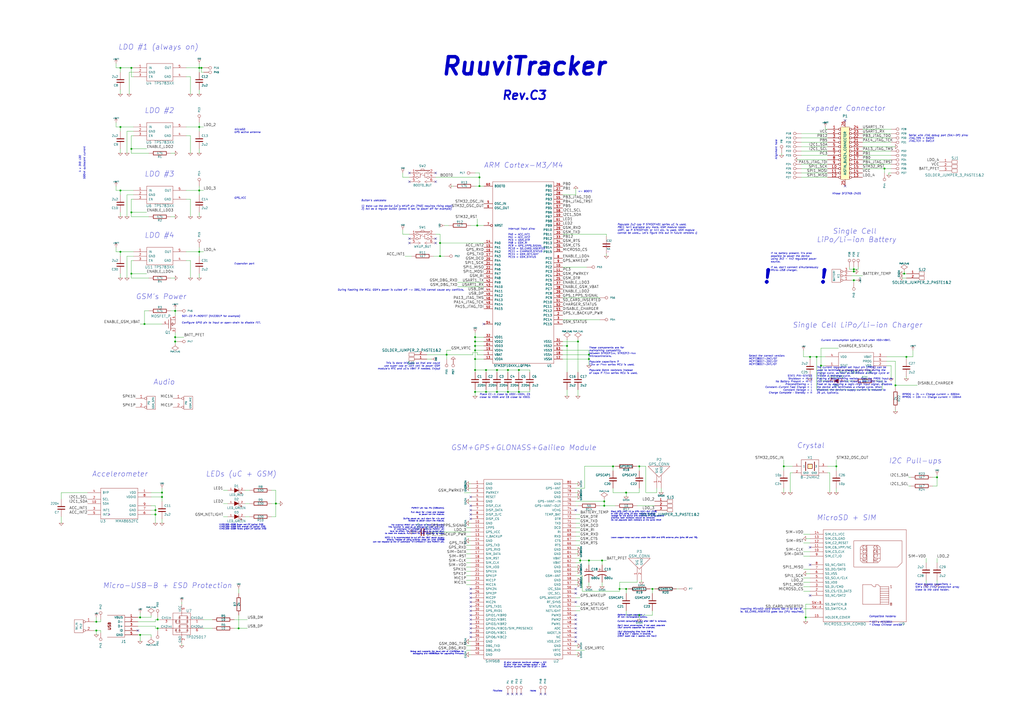
<source format=kicad_sch>
(kicad_sch (version 20230121) (generator eeschema)
  (paper "A2")
  (title_block (title "RuuviTracker") (date "5 feb 2015") (rev "C3") (company "Lauri Jämsä / lauri@ruuvi.com / ruuvi.com") (comment 1 "http://creativecommons.org/licenses/by-sa/4.0/") (comment 2 "License: Attribution-ShareAlike 4.0 International (CC BY-SA 4.0)"))
  (junction (at 83.82 187.96))
  (junction (at 454.66 270.51))
  (junction (at 76.2 86.36))
  (junction (at 101.6 195.58))
  (junction (at 255.27 140.97))
  (junction (at 288.29 214.63))
  (junction (at 69.85 73.66))
  (junction (at 278.13 102.87))
  (junction (at 76.2 158.75))
  (junction (at 294.64 214.63))
  (junction (at 115.57 146.05))
  (junction (at 328.93 200.66))
  (junction (at 350.52 290.83))
  (junction (at 91.44 359.41))
  (junction (at 101.6 180.34))
  (junction (at 259.08 205.74))
  (junction (at 543.56 276.86))
  (junction (at 76.2 123.19))
  (junction (at 363.22 285.75))
  (junction (at 495.3 162.56))
  (junction (at 281.94 214.63))
  (junction (at 476.25 212.09))
  (junction (at 81.28 368.3))
  (junction (at 275.59 203.2))
  (junction (at 278.13 107.95))
  (junction (at 115.57 73.66))
  (junction (at 93.98 288.29))
  (junction (at 281.94 227.33))
  (junction (at 275.59 214.63))
  (junction (at 288.29 227.33))
  (junction (at 370.84 270.51))
  (junction (at 300.99 214.63))
  (junction (at 294.64 227.33))
  (junction (at 276.86 130.81))
  (junction (at 467.36 358.14))
  (junction (at 69.85 110.49))
  (junction (at 115.57 39.37))
  (junction (at 469.9 207.01))
  (junction (at 350.52 293.37))
  (junction (at 101.6 198.12))
  (junction (at 378.46 341.63))
  (junction (at 473.71 207.01))
  (junction (at 275.59 200.66))
  (junction (at 359.41 341.63))
  (junction (at 116.84 39.37))
  (junction (at 336.55 325.12))
  (junction (at 55.88 365.76))
  (junction (at 275.59 195.58))
  (junction (at 160.02 292.1))
  (junction (at 370.84 356.87))
  (junction (at 115.57 110.49))
  (junction (at 90.17 295.91))
  (junction (at 349.25 325.12))
  (junction (at 275.59 198.12))
  (junction (at 138.43 364.49))
  (junction (at 76.2 39.37))
  (junction (at 275.59 208.28))
  (junction (at 513.08 97.79))
  (junction (at 69.85 39.37))
  (junction (at 275.59 227.33))
  (junction (at 93.98 285.75))
  (junction (at 69.85 146.05))
  (junction (at 485.14 270.51))
  (junction (at 524.51 158.75))
  (junction (at 341.63 208.28))
  (junction (at 363.22 341.63))
  (junction (at 525.78 207.01))
  (junction (at 81.28 358.14))
  (junction (at 300.99 227.33))
  (junction (at 91.44 364.49))
  (junction (at 495.3 157.48))
  (junction (at 55.88 360.68))
  (junction (at 90.17 298.45))
  (junction (at 341.63 205.74))
  (junction (at 495.3 156.21))
  (junction (at 255.27 148.59))
  (junction (at 335.28 198.12))
  (junction (at 519.43 223.52))
  (junction (at 341.63 325.12))
  (junction (at 355.6 270.51))
  (no_connect (at 294.64 402.59))
  (no_connect (at 273.05 295.91))
  (no_connect (at 469.9 327.66))
  (no_connect (at 273.05 354.33))
  (no_connect (at 334.01 369.57))
  (no_connect (at 334.01 372.11))
  (no_connect (at 490.22 107.95))
  (no_connect (at 280.67 187.96))
  (no_connect (at 313.69 402.59))
  (no_connect (at 273.05 359.41))
  (no_connect (at 273.05 349.25))
  (no_connect (at 237.49 105.41))
  (no_connect (at 273.05 293.37))
  (no_connect (at 334.01 367.03))
  (no_connect (at 273.05 356.87))
  (no_connect (at 252.73 100.33))
  (no_connect (at 252.73 140.97))
  (no_connect (at 273.05 346.71))
  (no_connect (at 273.05 361.95))
  (no_connect (at 237.49 100.33))
  (no_connect (at 302.26 402.59))
  (no_connect (at 334.01 364.49))
  (no_connect (at 334.01 356.87))
  (no_connect (at 273.05 298.45))
  (no_connect (at 237.49 140.97))
  (no_connect (at 80.01 365.76))
  (no_connect (at 299.72 402.59))
  (no_connect (at 252.73 138.43))
  (no_connect (at 273.05 288.29))
  (no_connect (at 316.23 402.59))
  (no_connect (at 273.05 300.99))
  (no_connect (at 273.05 364.49))
  (no_connect (at 237.49 138.43))
  (no_connect (at 334.01 341.63))
  (no_connect (at 469.9 345.44))
  (no_connect (at 334.01 344.17))
  (no_connect (at 273.05 367.03))
  (no_connect (at 273.05 369.57))
  (no_connect (at 273.05 351.79))
  (no_connect (at 490.22 69.85))
  (no_connect (at 334.01 361.95))
  (no_connect (at 297.18 402.59))
  (no_connect (at 469.9 317.5))
  (no_connect (at 334.01 295.91))
  (no_connect (at 334.01 349.25))
  (no_connect (at 273.05 341.63))
  (no_connect (at 252.73 105.41))
  (no_connect (at 334.01 359.41))
  (no_connect (at 273.05 344.17))
  (wire (pts (xy 363.22 354.33) (xy 363.22 356.87)))
  (wire (pts (xy 381 285.75) (xy 381 283.21)))
  (wire (pts (xy 273.05 321.31) (xy 270.51 321.31)))
  (wire (pts (xy 135.89 364.49) (xy 138.43 364.49)))
  (wire (pts (xy 469.9 219.71) (xy 469.9 218.44)))
  (wire (pts (xy 370.84 273.05) (xy 370.84 270.51)))
  (wire (pts (xy 515.62 101.6) (xy 515.62 100.33)))
  (wire (pts (xy 87.63 368.3) (xy 87.63 369.57)))
  (wire (pts (xy 160.02 284.48) (xy 160.02 292.1)))
  (wire (pts (xy 351.79 137.16) (xy 351.79 135.89)))
  (wire (pts (xy 334.01 311.15) (xy 336.55 311.15)))
  (wire (pts (xy 334.01 339.09) (xy 335.28 339.09)))
  (wire (pts (xy 334.01 323.85) (xy 336.55 323.85)))
  (wire (pts (xy 67.31 146.05) (xy 69.85 146.05)))
  (wire (pts (xy 115.57 146.05) (xy 118.11 146.05)))
  (wire (pts (xy 76.2 78.74) (xy 76.2 86.36)))
  (wire (pts (xy 464.82 85.09) (xy 480.06 85.09)))
  (wire (pts (xy 469.9 340.36) (xy 466.09 340.36)))
  (wire (pts (xy 335.28 198.12) (xy 335.28 215.9)))
  (wire (pts (xy 251.46 148.59) (xy 255.27 148.59)))
  (wire (pts (xy 67.31 143.51) (xy 67.31 146.05)))
  (wire (pts (xy 54.61 365.76) (xy 55.88 365.76)))
  (wire (pts (xy 355.6 270.51) (xy 356.87 270.51)))
  (wire (pts (xy 500.38 90.17) (xy 516.89 90.17)))
  (wire (pts (xy 454.66 270.51) (xy 454.66 273.05)))
  (wire (pts (xy 101.6 161.29) (xy 99.06 161.29)))
  (wire (pts (xy 355.6 283.21) (xy 355.6 285.75)))
  (wire (pts (xy 257.81 130.81) (xy 260.35 130.81)))
  (wire (pts (xy 335.28 293.37) (xy 334.01 293.37)))
  (wire (pts (xy 271.78 280.67) (xy 273.05 280.67)))
  (wire (pts (xy 347.98 185.42) (xy 326.39 185.42)))
  (wire (pts (xy 294.64 214.63) (xy 294.64 215.9)))
  (wire (pts (xy 341.63 208.28) (xy 326.39 208.28)))
  (wire (pts (xy 101.6 198.12) (xy 101.6 199.39)))
  (wire (pts (xy 307.34 227.33) (xy 307.34 226.06)))
  (wire (pts (xy 69.85 161.29) (xy 69.85 158.75)))
  (wire (pts (xy 76.2 125.73) (xy 86.36 125.73)))
  (wire (pts (xy 369.57 337.82) (xy 369.57 336.55)))
  (wire (pts (xy 271.78 379.73) (xy 273.05 379.73)))
  (wire (pts (xy 107.95 115.57) (xy 110.49 115.57)))
  (wire (pts (xy 393.7 341.63) (xy 392.43 341.63)))
  (wire (pts (xy 383.54 285.75) (xy 383.54 283.21)))
  (wire (pts (xy 250.19 208.28) (xy 247.65 208.28)))
  (wire (pts (xy 462.28 92.71) (xy 480.06 92.71)))
  (wire (pts (xy 142.24 284.48) (xy 144.78 284.48)))
  (wire (pts (xy 275.59 227.33) (xy 281.94 227.33)))
  (wire (pts (xy 138.43 356.87) (xy 138.43 364.49)))
  (wire (pts (xy 515.62 100.33) (xy 516.89 100.33)))
  (wire (pts (xy 464.82 90.17) (xy 480.06 90.17)))
  (wire (pts (xy 537.21 339.09) (xy 537.21 336.55)))
  (wire (pts (xy 76.2 158.75) (xy 76.2 161.29)))
  (wire (pts (xy 69.85 41.91) (xy 69.85 39.37)))
  (wire (pts (xy 335.28 229.87) (xy 335.28 226.06)))
  (wire (pts (xy 274.32 204.47) (xy 274.32 205.74)))
  (wire (pts (xy 339.09 270.51) (xy 339.09 283.21)))
  (wire (pts (xy 370.84 285.75) (xy 370.84 283.21)))
  (wire (pts (xy 355.6 270.51) (xy 355.6 273.05)))
  (wire (pts (xy 233.68 100.33) (xy 233.68 102.87)))
  (wire (pts (xy 349.25 325.12) (xy 349.25 327.66)))
  (wire (pts (xy 524.51 157.48) (xy 524.51 158.75)))
  (wire (pts (xy 516.89 92.71) (xy 500.38 92.71)))
  (wire (pts (xy 537.21 323.85) (xy 537.21 326.39)))
  (wire (pts (xy 336.55 325.12) (xy 341.63 325.12)))
  (wire (pts (xy 336.55 323.85) (xy 336.55 325.12)))
  (wire (pts (xy 275.59 208.28) (xy 280.67 208.28)))
  (wire (pts (xy 90.17 293.37) (xy 87.63 293.37)))
  (wire (pts (xy 77.47 41.91) (xy 74.93 41.91)))
  (wire (pts (xy 275.59 193.04) (xy 275.59 195.58)))
  (wire (pts (xy 90.17 364.49) (xy 91.44 364.49)))
  (wire (pts (xy 363.22 341.63) (xy 364.49 341.63)))
  (wire (pts (xy 497.84 156.21) (xy 497.84 154.94)))
  (wire (pts (xy 107.95 78.74) (xy 110.49 78.74)))
  (wire (pts (xy 270.51 339.09) (xy 273.05 339.09)))
  (wire (pts (xy 543.56 275.59) (xy 543.56 276.86)))
  (wire (pts (xy 76.2 161.29) (xy 86.36 161.29)))
  (wire (pts (xy 80.01 363.22) (xy 90.17 363.22)))
  (wire (pts (xy 67.31 73.66) (xy 69.85 73.66)))
  (wire (pts (xy 90.17 295.91) (xy 90.17 298.45)))
  (wire (pts (xy 270.51 311.15) (xy 273.05 311.15)))
  (wire (pts (xy 281.94 227.33) (xy 288.29 227.33)))
  (wire (pts (xy 363.22 356.87) (xy 370.84 356.87)))
  (wire (pts (xy 511.81 226.06) (xy 511.81 220.98)))
  (wire (pts (xy 519.43 223.52) (xy 519.43 224.79)))
  (wire (pts (xy 275.59 226.06) (xy 275.59 227.33)))
  (wire (pts (xy 339.09 270.51) (xy 355.6 270.51)))
  (wire (pts (xy 275.59 203.2) (xy 280.67 203.2)))
  (wire (pts (xy 467.36 332.74) (xy 469.9 332.74)))
  (wire (pts (xy 81.28 372.11) (xy 81.28 368.3)))
  (wire (pts (xy 334.01 354.33) (xy 336.55 354.33)))
  (wire (pts (xy 274.32 205.74) (xy 259.08 205.74)))
  (wire (pts (xy 374.65 285.75) (xy 381 285.75)))
  (wire (pts (xy 234.95 148.59) (xy 238.76 148.59)))
  (wire (pts (xy 458.47 274.32) (xy 459.74 274.32)))
  (wire (pts (xy 335.28 374.65) (xy 334.01 374.65)))
  (wire (pts (xy 334.01 308.61) (xy 336.55 308.61)))
  (wire (pts (xy 69.85 110.49) (xy 77.47 110.49)))
  (wire (pts (xy 469.9 322.58) (xy 466.09 322.58)))
  (wire (pts (xy 271.78 372.11) (xy 273.05 372.11)))
  (wire (pts (xy 514.35 207.01) (xy 525.78 207.01)))
  (wire (pts (xy 485.14 285.75) (xy 485.14 283.21)))
  (wire (pts (xy 76.2 39.37) (xy 77.47 39.37)))
  (wire (pts (xy 81.28 358.14) (xy 81.28 355.6)))
  (wire (pts (xy 334.01 346.71) (xy 336.55 346.71)))
  (wire (pts (xy 341.63 205.74) (xy 326.39 205.74)))
  (wire (pts (xy 485.14 270.51) (xy 485.14 273.05)))
  (wire (pts (xy 129.54 292.1) (xy 132.08 292.1)))
  (wire (pts (xy 259.08 203.2) (xy 259.08 205.74)))
  (wire (pts (xy 524.51 158.75) (xy 525.78 158.75)))
  (wire (pts (xy 107.95 151.13) (xy 110.49 151.13)))
  (wire (pts (xy 101.6 180.34) (xy 101.6 182.88)))
  (wire (pts (xy 115.57 123.19) (xy 115.57 125.73)))
  (wire (pts (xy 307.34 214.63) (xy 307.34 215.9)))
  (wire (pts (xy 516.89 80.01) (xy 500.38 80.01)))
  (wire (pts (xy 459.74 270.51) (xy 454.66 270.51)))
  (wire (pts (xy 105.41 374.65) (xy 105.41 373.38)))
  (wire (pts (xy 516.89 74.93) (xy 500.38 74.93)))
  (wire (pts (xy 58.42 365.76) (xy 58.42 367.03)))
  (wire (pts (xy 255.27 148.59) (xy 257.81 148.59)))
  (wire (pts (xy 337.82 334.01) (xy 334.01 334.01)))
  (wire (pts (xy 288.29 214.63) (xy 294.64 214.63)))
  (wire (pts (xy 69.85 113.03) (xy 69.85 110.49)))
  (wire (pts (xy 271.78 313.69) (xy 273.05 313.69)))
  (wire (pts (xy 255.27 140.97) (xy 280.67 140.97)))
  (wire (pts (xy 93.98 285.75) (xy 87.63 285.75)))
  (wire (pts (xy 107.95 44.45) (xy 110.49 44.45)))
  (wire (pts (xy 516.89 87.63) (xy 500.38 87.63)))
  (wire (pts (xy 480.06 82.55) (xy 464.82 82.55)))
  (wire (pts (xy 255.27 140.97) (xy 255.27 148.59)))
  (wire (pts (xy 87.63 358.14) (xy 87.63 356.87)))
  (wire (pts (xy 339.09 283.21) (xy 334.01 283.21)))
  (wire (pts (xy 81.28 187.96) (xy 83.82 187.96)))
  (wire (pts (xy 480.06 270.51) (xy 485.14 270.51)))
  (wire (pts (xy 495.3 156.21) (xy 495.3 157.48)))
  (wire (pts (xy 334.01 290.83) (xy 350.52 290.83)))
  (wire (pts (xy 347.98 172.72) (xy 326.39 172.72)))
  (wire (pts (xy 466.09 207.01) (xy 469.9 207.01)))
  (wire (pts (xy 273.05 331.47) (xy 270.51 331.47)))
  (wire (pts (xy 328.93 200.66) (xy 328.93 215.9)))
  (wire (pts (xy 101.6 195.58) (xy 101.6 198.12)))
  (wire (pts (xy 238.76 308.61) (xy 240.03 308.61)))
  (wire (pts (xy 76.2 86.36) (xy 85.09 86.36)))
  (wire (pts (xy 378.46 344.17) (xy 378.46 341.63)))
  (wire (pts (xy 369.57 293.37) (xy 379.73 293.37)))
  (wire (pts (xy 276.86 204.47) (xy 274.32 204.47)))
  (wire (pts (xy 363.22 341.63) (xy 363.22 344.17)))
  (wire (pts (xy 90.17 363.22) (xy 90.17 364.49)))
  (wire (pts (xy 233.68 102.87) (xy 237.49 102.87)))
  (wire (pts (xy 454.66 266.7) (xy 454.66 270.51)))
  (wire (pts (xy 339.09 377.19) (xy 334.01 377.19)))
  (wire (pts (xy 115.57 73.66) (xy 118.11 73.66)))
  (wire (pts (xy 35.56 303.53) (xy 35.56 299.72)))
  (wire (pts (xy 466.09 337.82) (xy 469.9 337.82)))
  (wire (pts (xy 334.01 313.69) (xy 336.55 313.69)))
  (wire (pts (xy 350.52 290.83) (xy 350.52 293.37)))
  (wire (pts (xy 341.63 205.74) (xy 341.63 208.28)))
  (wire (pts (xy 93.98 288.29) (xy 93.98 290.83)))
  (wire (pts (xy 370.84 356.87) (xy 378.46 356.87)))
  (wire (pts (xy 143.51 359.41) (xy 135.89 359.41)))
  (wire (pts (xy 378.46 356.87) (xy 378.46 354.33)))
  (wire (pts (xy 335.28 280.67) (xy 334.01 280.67)))
  (wire (pts (xy 273.05 336.55) (xy 270.51 336.55)))
  (wire (pts (xy 73.66 88.9) (xy 73.66 76.2)))
  (wire (pts (xy 76.2 123.19) (xy 76.2 125.73)))
  (wire (pts (xy 261.62 107.95) (xy 262.89 107.95)))
  (wire (pts (xy 55.88 358.14) (xy 55.88 360.68)))
  (wire (pts (xy 35.56 285.75) (xy 50.8 285.75)))
  (wire (pts (xy 115.57 110.49) (xy 115.57 113.03)))
  (wire (pts (xy 466.09 203.2) (xy 466.09 207.01)))
  (wire (pts (xy 91.44 365.76) (xy 91.44 364.49)))
  (wire (pts (xy 528.32 281.94) (xy 527.05 281.94)))
  (wire (pts (xy 350.52 293.37) (xy 356.87 293.37)))
  (wire (pts (xy 335.28 328.93) (xy 334.01 328.93)))
  (wire (pts (xy 294.64 227.33) (xy 294.64 226.06)))
  (wire (pts (xy 278.13 100.33) (xy 278.13 102.87)))
  (wire (pts (xy 528.32 276.86) (xy 527.05 276.86)))
  (wire (pts (xy 334.01 303.53) (xy 336.55 303.53)))
  (wire (pts (xy 374.65 270.51) (xy 374.65 285.75)))
  (wire (pts (xy 359.41 337.82) (xy 369.57 337.82)))
  (wire (pts (xy 76.2 44.45) (xy 77.47 44.45)))
  (wire (pts (xy 115.57 52.07) (xy 115.57 54.61)))
  (wire (pts (xy 255.27 135.89) (xy 255.27 140.97)))
  (wire (pts (xy 80.01 358.14) (xy 81.28 358.14)))
  (wire (pts (xy 476.25 212.09) (xy 476.25 220.98)))
  (wire (pts (xy 74.93 41.91) (xy 74.93 54.61)))
  (wire (pts (xy 492.76 154.94) (xy 492.76 156.21)))
  (wire (pts (xy 280.67 205.74) (xy 276.86 205.74)))
  (wire (pts (xy 467.36 350.52) (xy 467.36 358.14)))
  (wire (pts (xy 275.59 107.95) (xy 278.13 107.95)))
  (wire (pts (xy 93.98 288.29) (xy 87.63 288.29)))
  (wire (pts (xy 142.24 299.72) (xy 144.78 299.72)))
  (wire (pts (xy 495.3 154.94) (xy 495.3 156.21)))
  (wire (pts (xy 335.28 379.73) (xy 334.01 379.73)))
  (wire (pts (xy 275.59 203.2) (xy 275.59 208.28)))
  (wire (pts (xy 519.43 238.76) (xy 519.43 237.49)))
  (wire (pts (xy 275.59 195.58) (xy 275.59 198.12)))
  (wire (pts (xy 280.67 166.37) (xy 265.43 166.37)))
  (wire (pts (xy 115.57 146.05) (xy 115.57 148.59)))
  (wire (pts (xy 138.43 341.63) (xy 138.43 344.17)))
  (wire (pts (xy 334.01 316.23) (xy 336.55 316.23)))
  (wire (pts (xy 370.84 270.51) (xy 374.65 270.51)))
  (wire (pts (xy 326.39 113.03) (xy 334.01 113.03)))
  (wire (pts (xy 532.13 223.52) (xy 519.43 223.52)))
  (wire (pts (xy 519.43 209.55) (xy 514.35 209.55)))
  (wire (pts (xy 519.43 85.09) (xy 500.38 85.09)))
  (wire (pts (xy 76.2 123.19) (xy 85.09 123.19)))
  (wire (pts (xy 259.08 205.74) (xy 259.08 208.28)))
  (wire (pts (xy 337.82 342.9) (xy 337.82 334.01)))
  (wire (pts (xy 276.86 130.81) (xy 280.67 130.81)))
  (wire (pts (xy 473.71 207.01) (xy 473.71 226.06)))
  (wire (pts (xy 378.46 341.63) (xy 379.73 341.63)))
  (wire (pts (xy 35.56 289.56) (xy 35.56 285.75)))
  (wire (pts (xy 275.59 200.66) (xy 275.59 203.2)))
  (wire (pts (xy 101.6 193.04) (xy 101.6 195.58)))
  (wire (pts (xy 466.09 330.2) (xy 469.9 330.2)))
  (wire (pts (xy 334.01 331.47) (xy 335.28 331.47)))
  (wire (pts (xy 270.51 306.07) (xy 273.05 306.07)))
  (wire (pts (xy 83.82 180.34) (xy 83.82 187.96)))
  (wire (pts (xy 469.9 358.14) (xy 467.36 358.14)))
  (wire (pts (xy 115.57 107.95) (xy 115.57 110.49)))
  (wire (pts (xy 334.01 300.99) (xy 336.55 300.99)))
  (wire (pts (xy 359.41 341.63) (xy 363.22 341.63)))
  (wire (pts (xy 288.29 227.33) (xy 288.29 226.06)))
  (wire (pts (xy 288.29 214.63) (xy 288.29 215.9)))
  (wire (pts (xy 55.88 368.3) (xy 55.88 365.76)))
  (wire (pts (xy 73.66 76.2) (xy 77.47 76.2)))
  (wire (pts (xy 340.36 154.94) (xy 326.39 154.94)))
  (wire (pts (xy 372.11 337.82) (xy 372.11 336.55)))
  (wire (pts (xy 110.49 78.74) (xy 110.49 88.9)))
  (wire (pts (xy 334.01 321.31) (xy 335.28 321.31)))
  (wire (pts (xy 91.44 364.49) (xy 92.71 364.49)))
  (wire (pts (xy 294.64 227.33) (xy 300.99 227.33)))
  (wire (pts (xy 294.64 214.63) (xy 300.99 214.63)))
  (wire (pts (xy 76.2 39.37) (xy 76.2 44.45)))
  (wire (pts (xy 273.05 326.39) (xy 270.51 326.39)))
  (wire (pts (xy 476.25 201.93) (xy 486.41 201.93)))
  (wire (pts (xy 270.51 318.77) (xy 273.05 318.77)))
  (wire (pts (xy 363.22 288.29) (xy 363.22 285.75)))
  (wire (pts (xy 270.51 377.19) (xy 273.05 377.19)))
  (wire (pts (xy 328.93 196.85) (xy 328.93 200.66)))
  (wire (pts (xy 73.66 113.03) (xy 77.47 113.03)))
  (wire (pts (xy 280.67 195.58) (xy 275.59 195.58)))
  (wire (pts (xy 271.78 283.21) (xy 273.05 283.21)))
  (wire (pts (xy 363.22 285.75) (xy 370.84 285.75)))
  (wire (pts (xy 58.42 360.68) (xy 58.42 359.41)))
  (wire (pts (xy 129.54 299.72) (xy 132.08 299.72)))
  (wire (pts (xy 102.87 198.12) (xy 101.6 198.12)))
  (wire (pts (xy 350.52 289.56) (xy 350.52 290.83)))
  (wire (pts (xy 80.01 360.68) (xy 90.17 360.68)))
  (wire (pts (xy 478.79 212.09) (xy 476.25 212.09)))
  (wire (pts (xy 270.51 374.65) (xy 273.05 374.65)))
  (wire (pts (xy 90.17 360.68) (xy 90.17 359.41)))
  (wire (pts (xy 276.86 205.74) (xy 276.86 204.47)))
  (wire (pts (xy 101.6 125.73) (xy 99.06 125.73)))
  (wire (pts (xy 485.14 266.7) (xy 485.14 270.51)))
  (wire (pts (xy 255.27 135.89) (xy 252.73 135.89)))
  (wire (pts (xy 110.49 44.45) (xy 110.49 54.61)))
  (wire (pts (xy 275.59 100.33) (xy 278.13 100.33)))
  (wire (pts (xy 495.3 157.48) (xy 496.57 157.48)))
  (wire (pts (xy 270.51 328.93) (xy 273.05 328.93)))
  (wire (pts (xy 90.17 298.45) (xy 87.63 298.45)))
  (wire (pts (xy 543.56 276.86) (xy 543.56 281.94)))
  (wire (pts (xy 281.94 227.33) (xy 281.94 226.06)))
  (wire (pts (xy 478.79 74.93) (xy 480.06 74.93)))
  (wire (pts (xy 278.13 107.95) (xy 280.67 107.95)))
  (wire (pts (xy 91.44 359.41) (xy 92.71 359.41)))
  (wire (pts (xy 76.2 115.57) (xy 76.2 123.19)))
  (wire (pts (xy 351.79 148.59) (xy 351.79 147.32)))
  (wire (pts (xy 494.03 157.48) (xy 495.3 157.48)))
  (wire (pts (xy 80.01 368.3) (xy 81.28 368.3)))
  (wire (pts (xy 480.06 77.47) (xy 464.82 77.47)))
  (wire (pts (xy 481.33 285.75) (xy 481.33 274.32)))
  (wire (pts (xy 90.17 293.37) (xy 90.17 295.91)))
  (wire (pts (xy 157.48 284.48) (xy 160.02 284.48)))
  (wire (pts (xy 138.43 364.49) (xy 143.51 364.49)))
  (wire (pts (xy 464.82 95.25) (xy 480.06 95.25)))
  (wire (pts (xy 69.85 146.05) (xy 77.47 146.05)))
  (wire (pts (xy 55.88 365.76) (xy 58.42 365.76)))
  (wire (pts (xy 516.89 212.09) (xy 514.35 212.09)))
  (wire (pts (xy 464.82 80.01) (xy 480.06 80.01)))
  (wire (pts (xy 523.24 158.75) (xy 524.51 158.75)))
  (wire (pts (xy 77.47 115.57) (xy 76.2 115.57)))
  (wire (pts (xy 83.82 187.96) (xy 93.98 187.96)))
  (wire (pts (xy 335.28 285.75) (xy 334.01 285.75)))
  (wire (pts (xy 469.9 207.01) (xy 469.9 208.28)))
  (wire (pts (xy 525.78 208.28) (xy 525.78 207.01)))
  (wire (pts (xy 69.85 76.2) (xy 69.85 73.66)))
  (wire (pts (xy 275.59 214.63) (xy 275.59 215.9)))
  (wire (pts (xy 99.06 180.34) (xy 101.6 180.34)))
  (wire (pts (xy 69.85 125.73) (xy 69.85 123.19)))
  (wire (pts (xy 466.09 342.9) (xy 469.9 342.9)))
  (wire (pts (xy 466.09 353.06) (xy 469.9 353.06)))
  (wire (pts (xy 275.59 198.12) (xy 275.59 200.66)))
  (wire (pts (xy 467.36 312.42) (xy 469.9 312.42)))
  (wire (pts (xy 160.02 292.1) (xy 162.56 292.1)))
  (wire (pts (xy 370.84 359.41) (xy 370.84 356.87)))
  (wire (pts (xy 275.59 214.63) (xy 281.94 214.63)))
  (wire (pts (xy 110.49 151.13) (xy 110.49 161.29)))
  (wire (pts (xy 511.81 220.98) (xy 508 220.98)))
  (wire (pts (xy 76.2 88.9) (xy 86.36 88.9)))
  (wire (pts (xy 233.68 135.89) (xy 237.49 135.89)))
  (wire (pts (xy 132.08 284.48) (xy 129.54 284.48)))
  (wire (pts (xy 349.25 340.36) (xy 349.25 337.82)))
  (wire (pts (xy 252.73 102.87) (xy 278.13 102.87)))
  (wire (pts (xy 466.09 320.04) (xy 469.9 320.04)))
  (wire (pts (xy 495.3 156.21) (xy 497.84 156.21)))
  (wire (pts (xy 69.85 39.37) (xy 76.2 39.37)))
  (wire (pts (xy 278.13 102.87) (xy 278.13 107.95)))
  (wire (pts (xy 81.28 368.3) (xy 87.63 368.3)))
  (wire (pts (xy 259.08 205.74) (xy 247.65 205.74)))
  (wire (pts (xy 334.01 113.03) (xy 334.01 109.22)))
  (wire (pts (xy 115.57 143.51) (xy 115.57 146.05)))
  (wire (pts (xy 101.6 88.9) (xy 99.06 88.9)))
  (wire (pts (xy 250.19 308.61) (xy 273.05 308.61)))
  (wire (pts (xy 467.36 358.14) (xy 467.36 360.68)))
  (wire (pts (xy 525.78 219.71) (xy 525.78 218.44)))
  (wire (pts (xy 273.05 130.81) (xy 276.86 130.81)))
  (wire (pts (xy 341.63 325.12) (xy 349.25 325.12)))
  (wire (pts (xy 359.41 337.82) (xy 359.41 341.63)))
  (wire (pts (xy 480.06 87.63) (xy 464.82 87.63)))
  (wire (pts (xy 359.41 341.63) (xy 359.41 342.9)))
  (wire (pts (xy 281.94 214.63) (xy 288.29 214.63)))
  (wire (pts (xy 107.95 110.49) (xy 115.57 110.49)))
  (wire (pts (xy 69.85 54.61) (xy 69.85 52.07)))
  (wire (pts (xy 115.57 39.37) (xy 115.57 41.91)))
  (wire (pts (xy 500.38 77.47) (xy 516.89 77.47)))
  (wire (pts (xy 157.48 292.1) (xy 160.02 292.1)))
  (wire (pts (xy 359.41 342.9) (xy 337.82 342.9)))
  (wire (pts (xy 334.01 351.79) (xy 336.55 351.79)))
  (wire (pts (xy 300.99 214.63) (xy 300.99 215.9)))
  (wire (pts (xy 453.39 90.17) (xy 453.39 88.9)))
  (wire (pts (xy 142.24 292.1) (xy 144.78 292.1)))
  (wire (pts (xy 523.24 161.29) (xy 525.78 161.29)))
  (wire (pts (xy 115.57 73.66) (xy 115.57 76.2)))
  (wire (pts (xy 270.51 334.01) (xy 273.05 334.01)))
  (wire (pts (xy 275.59 198.12) (xy 280.67 198.12)))
  (wire (pts (xy 480.06 97.79) (xy 464.82 97.79)))
  (wire (pts (xy 516.89 219.71) (xy 516.89 212.09)))
  (wire (pts (xy 160.02 292.1) (xy 160.02 299.72)))
  (wire (pts (xy 76.2 158.75) (xy 85.09 158.75)))
  (wire (pts (xy 543.56 323.85) (xy 543.56 326.39)))
  (wire (pts (xy 107.95 39.37) (xy 115.57 39.37)))
  (wire (pts (xy 355.6 285.75) (xy 363.22 285.75)))
  (wire (pts (xy 543.56 336.55) (xy 543.56 339.09)))
  (wire (pts (xy 275.59 200.66) (xy 280.67 200.66)))
  (wire (pts (xy 93.98 285.75) (xy 93.98 288.29)))
  (wire (pts (xy 67.31 39.37) (xy 69.85 39.37)))
  (wire (pts (xy 73.66 161.29) (xy 73.66 148.59)))
  (wire (pts (xy 90.17 359.41) (xy 91.44 359.41)))
  (wire (pts (xy 276.86 127) (xy 276.86 130.81)))
  (wire (pts (xy 473.71 226.06) (xy 511.81 226.06)))
  (wire (pts (xy 341.63 203.2) (xy 341.63 205.74)))
  (wire (pts (xy 519.43 209.55) (xy 519.43 223.52)))
  (wire (pts (xy 105.41 349.25) (xy 105.41 350.52)))
  (wire (pts (xy 69.85 73.66) (xy 77.47 73.66)))
  (wire (pts (xy 270.51 323.85) (xy 273.05 323.85)))
  (wire (pts (xy 281.94 214.63) (xy 281.94 215.9)))
  (wire (pts (xy 336.55 325.12) (xy 336.55 326.39)))
  (wire (pts (xy 467.36 350.52) (xy 469.9 350.52)))
  (wire (pts (xy 118.11 364.49) (xy 123.19 364.49)))
  (wire (pts (xy 261.62 203.2) (xy 259.08 203.2)))
  (wire (pts (xy 77.47 78.74) (xy 76.2 78.74)))
  (wire (pts (xy 335.28 196.85) (xy 335.28 198.12)))
  (wire (pts (xy 495.3 163.83) (xy 495.3 162.56)))
  (wire (pts (xy 473.71 207.01) (xy 478.79 207.01)))
  (wire (pts (xy 271.78 303.53) (xy 273.05 303.53)))
  (wire (pts (xy 334.01 306.07) (xy 336.55 306.07)))
  (wire (pts (xy 476.25 220.98) (xy 480.06 220.98)))
  (wire (pts (xy 300.99 227.33) (xy 307.34 227.33)))
  (wire (pts (xy 81.28 358.14) (xy 87.63 358.14)))
  (wire (pts (xy 90.17 298.45) (xy 90.17 303.53)))
  (wire (pts (xy 107.95 146.05) (xy 115.57 146.05)))
  (wire (pts (xy 101.6 195.58) (xy 106.68 195.58)))
  (wire (pts (xy 513.08 97.79) (xy 516.89 97.79)))
  (wire (pts (xy 543.56 281.94) (xy 541.02 281.94)))
  (wire (pts (xy 500.38 82.55) (xy 516.89 82.55)))
  (wire (pts (xy 67.31 36.83) (xy 67.31 39.37)))
  (wire (pts (xy 300.99 214.63) (xy 307.34 214.63)))
  (wire (pts (xy 326.39 200.66) (xy 328.93 200.66)))
  (wire (pts (xy 458.47 285.75) (xy 458.47 274.32)))
  (wire (pts (xy 73.66 125.73) (xy 73.66 113.03)))
  (wire (pts (xy 480.06 102.87) (xy 464.82 102.87)))
  (wire (pts (xy 275.59 227.33) (xy 275.59 229.87)))
  (wire (pts (xy 469.9 314.96) (xy 466.09 314.96)))
  (wire (pts (xy 115.57 158.75) (xy 115.57 161.29)))
  (wire (pts (xy 335.28 198.12) (xy 326.39 198.12)))
  (wire (pts (xy 334.01 298.45) (xy 336.55 298.45)))
  (wire (pts (xy 478.79 73.66) (xy 478.79 74.93)))
  (wire (pts (xy 369.57 270.51) (xy 370.84 270.51)))
  (wire (pts (xy 91.44 359.41) (xy 91.44 358.14)))
  (wire (pts (xy 101.6 180.34) (xy 102.87 180.34)))
  (wire (pts (xy 351.79 135.89) (xy 326.39 135.89)))
  (wire (pts (xy 500.38 95.25) (xy 516.89 95.25)))
  (wire (pts (xy 271.78 290.83) (xy 273.05 290.83)))
  (wire (pts (xy 492.76 156.21) (xy 495.3 156.21)))
  (wire (pts (xy 341.63 203.2) (xy 326.39 203.2)))
  (wire (pts (xy 77.47 151.13) (xy 76.2 151.13)))
  (wire (pts (xy 101.6 179.07) (xy 101.6 180.34)))
  (wire (pts (xy 115.57 36.83) (xy 115.57 39.37)))
  (wire (pts (xy 347.98 293.37) (xy 350.52 293.37)))
  (wire (pts (xy 529.59 207.01) (xy 529.59 203.2)))
  (wire (pts (xy 93.98 283.21) (xy 93.98 285.75)))
  (wire (pts (xy 115.57 71.12) (xy 115.57 73.66)))
  (wire (pts (xy 76.2 86.36) (xy 76.2 88.9)))
  (wire (pts (xy 67.31 110.49) (xy 69.85 110.49)))
  (wire (pts (xy 525.78 207.01) (xy 529.59 207.01)))
  (wire (pts (xy 116.84 39.37) (xy 118.11 39.37)))
  (wire (pts (xy 115.57 39.37) (xy 116.84 39.37)))
  (wire (pts (xy 494.03 162.56) (xy 495.3 162.56)))
  (wire (pts (xy 490.22 220.98) (xy 495.3 220.98)))
  (wire (pts (xy 54.61 360.68) (xy 55.88 360.68)))
  (wire (pts (xy 500.38 160.02) (xy 494.03 160.02)))
  (wire (pts (xy 76.2 151.13) (xy 76.2 158.75)))
  (wire (pts (xy 87.63 295.91) (xy 90.17 295.91)))
  (wire (pts (xy 328.93 229.87) (xy 328.93 226.06)))
  (wire (pts (xy 233.68 133.35) (xy 233.68 135.89)))
  (wire (pts (xy 73.66 148.59) (xy 77.47 148.59)))
  (wire (pts (xy 118.11 41.91) (xy 116.84 41.91)))
  (wire (pts (xy 275.59 208.28) (xy 275.59 214.63)))
  (wire (pts (xy 67.31 107.95) (xy 67.31 110.49)))
  (wire (pts (xy 116.84 41.91) (xy 116.84 39.37)))
  (wire (pts (xy 341.63 208.28) (xy 341.63 212.09)))
  (wire (pts (xy 115.57 110.49) (xy 118.11 110.49)))
  (wire (pts (xy 466.09 309.88) (xy 469.9 309.88)))
  (wire (pts (xy 273.05 316.23) (xy 270.51 316.23)))
  (wire (pts (xy 481.33 274.32) (xy 480.06 274.32)))
  (wire (pts (xy 454.66 283.21) (xy 454.66 285.75)))
  (wire (pts (xy 118.11 359.41) (xy 123.19 359.41)))
  (wire (pts (xy 67.31 71.12) (xy 67.31 73.66)))
  (wire (pts (xy 288.29 227.33) (xy 294.64 227.33)))
  (wire (pts (xy 160.02 299.72) (xy 157.48 299.72)))
  (wire (pts (xy 269.24 285.75) (xy 273.05 285.75)))
  (wire (pts (xy 377.19 341.63) (xy 378.46 341.63)))
  (wire (pts (xy 107.95 73.66) (xy 115.57 73.66)))
  (wire (pts (xy 341.63 340.36) (xy 341.63 337.82)))
  (wire (pts (xy 334.01 288.29) (xy 335.28 288.29)))
  (wire (pts (xy 336.55 326.39) (xy 334.01 326.39)))
  (wire (pts (xy 469.9 207.01) (xy 473.71 207.01)))
  (wire (pts (xy 341.63 327.66) (xy 341.63 325.12)))
  (wire (pts (xy 69.85 148.59) (xy 69.85 146.05)))
  (wire (pts (xy 300.99 227.33) (xy 300.99 226.06)))
  (wire (pts (xy 69.85 88.9) (xy 69.85 86.36)))
  (wire (pts (xy 334.01 336.55) (xy 335.28 336.55)))
  (wire (pts (xy 115.57 86.36) (xy 115.57 88.9)))
  (wire (pts (xy 349.25 325.12) (xy 351.79 325.12)))
  (wire (pts (xy 469.9 335.28) (xy 466.09 335.28)))
  (wire (pts (xy 513.08 100.33) (xy 513.08 97.79)))
  (wire (pts (xy 55.88 360.68) (xy 58.42 360.68)))
  (wire (pts (xy 265.43 163.83) (xy 280.67 163.83)))
  (wire (pts (xy 464.82 100.33) (xy 480.06 100.33)))
  (wire (pts (xy 500.38 97.79) (xy 513.08 97.79)))
  (wire (pts (xy 86.36 180.34) (xy 83.82 180.34)))
  (wire (pts (xy 495.3 162.56) (xy 496.57 162.56)))
  (wire (pts (xy 110.49 115.57) (xy 110.49 125.73)))
  (wire (pts (xy 543.56 276.86) (xy 541.02 276.86)))
  (wire (pts (xy 93.98 303.53) (xy 93.98 300.99)))
  (wire (pts (xy 335.28 318.77) (xy 334.01 318.77)))
  (wire (pts (xy 476.25 201.93) (xy 476.25 212.09)))
  (text "<- BOOT1" (at 335.28 111.76 0) (effects (font (size 1.016 1.016) italic) (justify left bottom)))
  (text "4 x 3V0 LDO" (at 46.99 90.17 90) (effects (font (size 1.016 1.016) italic) (justify right bottom)))
  (text "GSM's Power" (at 78.74 173.99 0) (effects (font (size 3.048 3.048) italic) (justify left bottom)))
  (text "Compatible holders:\n\n* GCT's MES3051\n* Cheap Chinese version" (at 504.19 363.22 0) (effects (font (size 1.016 1.016) italic) (justify left bottom)))
  (text "LEDs (uC + GSM)" (at 119.38 276.86 0) (effects (font (size 3.048 3.048) italic) (justify left bottom)))
  (text "Place C1-4 close to VDD1-VDD4, C5\nclose to VDDA and C6 close to VDD3." (at 278.13 231.14 0) (effects (font (size 1.016 1.016) italic) (justify left bottom)))
  (text "Expander Connector" (at 467.36 64.77 0) (effects (font (size 3.048 3.048) italic) (justify left bottom)))
  (text "!     !" (at 441.96 165.1 0) (effects (font (size 7.62 7.62) (thickness 1.524) bold italic) (justify left bottom)))
  (text "Holes:" (at 307.34 401.32 0) (effects (font (size 0.762 0.762) italic) (justify left bottom)))
  (text "MicroSD + SIM" (at 473.71 302.26 0) (effects (font (size 3.048 3.048) italic) (justify left bottom)))
  (text "Leave copper keep-out area under the GSM and GPS antenna pins (pins 59 and 79)." (at 354.33 312.42 0) (effects (font (size 0.762 0.762) italic) (justify left bottom)))
  (text "500nA quiescent current" (at 49.53 104.14 90) (effects (font (size 1.016 1.016) italic) (justify left bottom)))
  (text "Short GPS-VANT-IN to GPS-VANT-OUT (2V8)\nor VDD (3V) using 10 ohm resistor to apply\nvoltage for the active GPS antenna. If using passive\nantenna, both resistors should be removed.\nDo not populate both resistors at the same time!" (at 354.33 302.26 0) (effects (font (size 0.762 0.762) italic) (justify left bottom)))
  (text "SOT-23 P-MOSFET (NX2301P for example)" (at 105.41 184.15 0) (effects (font (size 1.016 1.016) italic) (justify left bottom)))
  (text "    Single Cell\nLiPo/Li-ion Battery" (at 473.71 140.97 0) (effects (font (size 3.048 3.048) italic) (justify left bottom)))
  (text "Populate 2u2 cap if STM32F401 series uC is used.\nPB11 isn't available any more. GSM module needs\nUART, so if STM32F401 or 411 etc. is used, GSM module\ncannot be used... Let's figure this out in future versions :)" (at 358.14 135.89 0) (effects (font (size 1.016 1.016) italic) (justify left bottom)))
  (text "GPS_VCC" (at 135.89 115.57 0) (effects (font (size 1.016 1.016) italic) (justify left bottom)))
  (text "Crystal" (at 462.28 260.35 0) (effects (font (size 3.048 3.048) italic) (justify left bottom)))
  (text "These components are for\nmaintaining compability\nbetween STM32F1xx, STM32F2-4xx\nmicrocontrollers.\n\nPopulate capacitors if\nF2xx or F4xx series MCU is used.\n\nPopulate 0ohm resistors instead\nof caps if F1xx series MCU is used." (at 341.63 217.17 0) (effects (font (size 1.016 1.016) italic) (justify left bottom)))
  (text "If no battery present, it's also\npossible to power the device\nusing 3V2 - 4V2 regulated power\nsource.\n\nIf so, don't connect simultaneously\nMicro-USB charger." (at 447.04 157.48 0) (effects (font (size 1.016 1.016) italic) (justify left bottom)))
  (text "Alignment hole" (at 450.85 92.71 90) (effects (font (size 1.016 1.016) italic) (justify left bottom)))
  (text "Accelerometer" (at 53.34 276.86 0) (effects (font (size 3.048 3.048) italic) (justify left bottom)))
  (text "Rev.C3" (at 290.83 58.42 0) (effects (font (size 5.0038 5.0038) (thickness 1.0008) bold italic) (justify left bottom)))
  (text "GSM+GPS+GLONASS+Galileo Module" (at 261.62 261.62 0) (effects (font (size 3.048 3.048) italic) (justify left bottom)))
  (text "Fiducials:" (at 285.75 401.32 0) (effects (font (size 0.762 0.762) italic) (justify left bottom)))
  (text "LDO #1 (always on)" (at 68.58 29.21 0) (effects (font (size 3.048 3.048) italic) (justify left bottom)))
  (text "RuuviTracker" (at 255.27 44.45 0) (effects (font (size 10.0076 10.0076) (thickness 2.0015) bold italic) (justify left bottom)))
  (text "RPROG = 2k => Charge current = 500mA\nRPROG = 10k => Charge current = 100mA" (at 523.24 231.14 0) (effects (font (size 1.016 1.016) italic) (justify left bottom)))
  (text "Micro-USB-B + ESD Protection" (at 59.69 341.63 0) (effects (font (size 3.048 3.048) italic) (justify left bottom)))
  (text "LDO #2" (at 83.82 66.04 0) (effects (font (size 3.048 3.048) italic) (justify left bottom)))
  (text "VLMS1300-GS08 Super red (Vf typical 2V0)\nVLMO1300-GS08 Soft orange (Vf typical 2V0)\nVLMG1300-GS08 Yellow green (Vf typical 2V0)" (at 127 307.34 0) (effects (font (size 0.762 0.762) italic) (justify left bottom)))
  (text "microSD\nGPS active antenna" (at 135.89 77.47 0) (effects (font (size 1.016 1.016) italic) (justify left bottom)))
  (text "Serial wire JTAG debug port (SWJ-DP) pins:\nJTAG_TMS = SWDIO\nJTAG_TCK = SWCLK" (at 527.05 82.55 0) (effects (font (size 1.016 1.016) italic) (justify left bottom)))
  (text "Audio" (at 88.9 223.52 0) (effects (font (size 3.048 3.048) italic) (justify left bottom)))
  (text "LDO #4" (at 83.82 138.43 0) (effects (font (size 3.048 3.048) italic) (justify left bottom)))
  (text "Single Cell LiPo/Li-ion Charger" (at 459.74 190.5 0) (effects (font (size 3.048 3.048) italic) (justify left bottom)))
  (text "Optional super capacitor /\n3V non-rechargeable battery.\n\nCurrent consumption 2uA after VBAT is removed.\n\nDon't leave unconnected. If not used, populate\n10uF ceramic capacitor for example.\n\n10uF discharging time from 2V8 to\n1V8 @ 2uA = approx. 5 seconds.\n(10mF super cap = approx. one hour)" (at 358.14 369.57 0) (effects (font (size 0.762 0.762) italic) (justify left bottom)))
  (text "During flashing the MCU, GSM's power is cutted off -> DBG_TXD cannot cause any conflicts." (at 269.24 168.91 0) (effects (font (size 1.016 1.016) italic) (justify right bottom)))
  (text "Place bypass capacitors +\nSIM's ESD (TVS) protection array\nclose to the card holder." (at 530.86 342.9 0) (effects (font (size 1.016 1.016) italic) (justify left bottom)))
  (text "Select the correct version:\nMCP73831T-2ACI/OT\nMCP73831T-2DCI/OT\nMCP73831T-2ATI/OT" (at 434.34 212.09 0) (effects (font (size 1.016 1.016) italic) (justify left bottom)))
  (text "This is done this way so that one could\nuse super cap or coin cell to power GSM\nmodule's RTC and uC's VBAT if needed. Enjoy!" (at 255.27 214.63 0) (effects (font (size 1.016 1.016) italic) (justify right bottom)))
  (text "Inserting MicroSD card shorts SW-A to SW-B\nie. SD_CARD_INSERTED goes low (IPU required)." (at 429.26 355.6 0) (effects (font (size 1.016 1.016) italic) (justify left bottom)))
  (text "ARM Cortex-M3/M4" (at 280.67 97.79 0) (effects (font (size 3.048 3.048) italic) (justify left bottom)))
  (text "The current regulation set input pin (PROG) can be\nused to terminate a charge at any time during the\ncharge cycle, as well as to initiate a charge cycle or\ninitiate a recharge cycle.\nPlacing a programming resistor from the PROG input to\nVSS enables the device. Allowing the PROG input to\nfloat or by applying a logic-high input signal, disables\nthe device and terminates a charge cycle. When\ndisabled, the device’s supply current is reduced to\n25 μA, typically." (at 473.71 228.6 0) (effects (font (size 1.016 1.016) italic) (justify left bottom)))
  (text "Debug port supports the baud rate of 115200bps for\ndebugging and 460800bps for upgrading firmware." (at 269.24 379.73 0) (effects (font (size 0.762 0.762) italic) (justify right bottom)))
  (text "Expansion port" (at 135.89 153.67 0) (effects (font (size 1.016 1.016) italic) (justify left bottom)))
  (text "PWRKEY pin has IPU (100kohm).\n\nPull down for >1sec and release\nto power-on the module.\n\nDuring power on, pull down for >1s and\nrelease to power-down the module.\n\nThe external RESET pin is used to reset the module.\nThis function is used as an emergency reset only when\nAT command “AT+CPOWD=1” and the PWRKEY pin\nhave no effect. The NRESET pin could be pulled down\nto reset the module. Pull down for min 20us low to reset.\n\nNOTE: It is recommended to cut off the VBAT power supply\ndirectly instead of using external reset pin when SIM968\ncan not respond to the AT command “AT+CPOWD=1” and PWRKEY pin." (at 257.81 314.96 0) (effects (font (size 0.762 0.762) italic) (justify right bottom)))
  (text "LDO #3" (at 83.82 102.87 0) (effects (font (size 3.048 3.048) italic) (justify left bottom)))
  (text "STAT1 PIN-STATES\nShutdown = Hi-Z\nNo Battery Present = Hi-Z\nPreconditioning = L\nConstant-Current Fast Charge = L\nConstant Voltage = L\nCharge Complete – Standby = H" (at 471.17 228.6 0) (effects (font (size 1.016 1.016) italic) (justify right bottom)))
  (text "Current consumption typically 1uA when VDD<VBAT." (at 476.25 198.12 0) (effects (font (size 1.016 1.016) italic) (justify left bottom)))
  (text "Configure GPIO pin to input or open-drain to disable FET." (at 105.41 187.96 0) (effects (font (size 1.016 1.016) italic) (justify left bottom)))
  (text "Hirose DF37NB-24DS" (at 482.6 113.03 0) (effects (font (size 1.016 1.016) italic) (justify left bottom)))
  (text "Interrupt input pins:\n\nPA0 = ACC_INT1\nPA1 = ACC_INT2\nPC5 = GSM_DTR\nPA8 = GSM_RI\nPC9 = GPS_1PPS_SIGNAL\nPC10 = SD_CARD_INSERTED\nPC11 = CHARGER_STATUS\nPC14 = GSM_NETLIGHT\nPC15 = GSM_STATUS" (at 294.64 149.86 0) (effects (font (size 1.016 1.016) italic) (justify left bottom)))
  (text "I2C Pull-ups" (at 515.62 269.24 0) (effects (font (size 3.048 3.048) italic) (justify left bottom)))
  (text "Button's usecases:\n\n1) Wake-up the device (uC's WKUP pin [PA0] requires rising edge)\n2) Act as a regular button (press 5 sec to power off for example)" (at 209.55 121.92 0) (effects (font (size 1.016 1.016) italic) (justify left bottom)))
  (text "IO pins' absolute maximum voltage = 3V1\nIO pins' high level voltage output = 2V8\nMaximum current from the IO pin = 10mA\n" (at 292.1 387.35 0) (effects (font (size 0.762 0.762) italic) (justify left bottom)))
  (label "GSM_RXD" (at 336.55 311.15 0) (effects (font (size 1.524 1.524))))
  (label "I2C1_SDA" (at 527.05 276.86 180) (effects (font (size 1.524 1.524))))
  (label "STM32_OSC_OUT" (at 485.14 266.7 0) (effects (font (size 1.524 1.524))))
  (label "BOOT0" (at 255.27 102.87 0) (effects (font (size 1.524 1.524))))
  (label "PA13_JTAG_TMS" (at 500.38 87.63 0) (effects (font (size 1.524 1.524))))
  (label "GSM_RTS" (at 326.39 140.97 0) (effects (font (size 1.524 1.524))))
  (label "I2C1_SDA" (at 50.8 292.1 180) (effects (font (size 1.524 1.524))))
  (label "ENABLE_LDO4" (at 326.39 149.86 0) (effects (font (size 1.524 1.524))))
  (label "MIC1N" (at 270.51 339.09 180) (effects (font (size 1.524 1.524))))
  (label "VCC" (at 480.06 77.47 180) (effects (font (size 1.524 1.524))))
  (label "SIM-VDD" (at 270.51 328.93 180) (effects (font (size 1.524 1.524))))
  (label "STM32_OSC_IN" (at 280.67 118.11 180) (effects (font (size 1.524 1.524))))
  (label "SPI1_SCK" (at 280.67 153.67 180) (effects (font (size 1.524 1.524))))
  (label "GPS_V_BACKUP_PWR" (at 326.39 182.88 0) (effects (font (size 1.524 1.524))))
  (label "SIM-DATA" (at 270.51 321.31 180) (effects (font (size 1.524 1.524))))
  (label "SD_CARD_INSERTED" (at 466.09 353.06 180) (effects (font (size 1.524 1.524))))
  (label "GSM_TXD" (at 336.55 303.53 0) (effects (font (size 1.524 1.524))))
  (label "SPI1_SCK" (at 480.06 97.79 180) (effects (font (size 1.524 1.524))))
  (label "GSM_CTS" (at 326.39 143.51 0) (effects (font (size 1.524 1.524))))
  (label "GSM_DBG_TXD" (at 270.51 374.65 180) (effects (font (size 1.524 1.524))))
  (label "PB0" (at 326.39 107.95 0) (effects (font (size 1.524 1.524))))
  (label "STM32_OSC_OUT" (at 280.67 120.65 180) (effects (font (size 1.524 1.524))))
  (label "USART1_RX" (at 280.67 166.37 180) (effects (font (size 1.524 1.524))))
  (label "STM32_RST" (at 276.86 127 180) (effects (font (size 1.524 1.524))))
  (label "I2C1_SCL" (at 480.06 87.63 180) (effects (font (size 1.524 1.524))))
  (label "PA13_JTAG_TMS" (at 280.67 173.99 180) (effects (font (size 1.524 1.524))))
  (label "SIM-VDD" (at 466.09 309.88 180) (effects (font (size 1.524 1.524))))
  (label "GSM_PWRKEY" (at 326.39 160.02 0) (effects (font (size 1.524 1.524))))
  (label "PA15_JTAG_TDI" (at 480.06 95.25 180) (effects (font (size 1.524 1.524))))
  (label "MIC1N" (at 100.33 231.14 180) (effects (font (size 1.524 1.524))))
  (label "LED2" (at 326.39 130.81 0) (effects (font (size 1.524 1.524))))
  (label "ACC_INT1" (at 50.8 295.91 180) (effects (font (size 1.524 1.524))))
  (label "GSM_STATUS" (at 326.39 187.96 0) (effects (font (size 1.524 1.524))))
  (label "GPS_TXD" (at 270.51 316.23 180) (effects (font (size 1.524 1.524))))
  (label "I2C1_SDA" (at 480.06 85.09 180) (effects (font (size 1.524 1.524))))
  (label "PB1" (at 326.39 110.49 0) (effects (font (size 1.524 1.524))))
  (label "I2C1_SCL" (at 527.05 281.94 180) (effects (font (size 1.524 1.524))))
  (label "PA14_JTAG_TCK" (at 500.38 82.55 0) (effects (font (size 1.524 1.524))))
  (label "SPK1N" (at 270.51 331.47 180) (effects (font (size 1.524 1.524))))
  (label "SPI1_MOSI" (at 280.67 158.75 180) (effects (font (size 1.524 1.524))))
  (label "GPS_WAKEUP" (at 326.39 152.4 0) (effects (font (size 1.524 1.524))))
  (label "MIC1P" (at 270.51 336.55 180) (effects (font (size 1.524 1.524))))
  (label "SIM-CLK" (at 466.09 320.04 180) (effects (font (size 1.524 1.524))))
  (label "ENABLE_LDO3" (at 85.09 123.19 0) (effects (font (size 1.524 1.524))))
  (label "SIM-DATA" (at 466.09 322.58 180) (effects (font (size 1.524 1.524))))
  (label "SIM-VDD" (at 537.21 323.85 180) (effects (font (size 1.524 1.524))))
  (label "PB0" (at 500.38 92.71 0) (effects (font (size 1.524 1.524))))
  (label "USB_DP" (at 143.51 364.49 0) (effects (font (size 1.524 1.524))))
  (label "STM32_RST" (at 500.38 97.79 0) (effects (font (size 1.524 1.524))))
  (label "BATTERY_TEMP" (at 336.55 298.45 0) (effects (font (size 1.524 1.524))))
  (label "LDO_3" (at 270.51 308.61 180) (effects (font (size 1.524 1.524))))
  (label "PB3_JTAG_TDO" (at 500.38 80.01 0) (effects (font (size 1.524 1.524))))
  (label "I2C1_SCL" (at 326.39 123.19 0) (effects (font (size 1.524 1.524))))
  (label "LDO_2" (at 543.56 323.85 0) (effects (font (size 1.524 1.524))))
  (label "LDO_3" (at 118.11 110.49 0) (effects (font (size 1.524 1.524))))
  (label "CHARGER_STATUS" (at 486.41 201.93 0) (effects (font (size 1.524 1.524))))
  (label "PB5" (at 326.39 120.65 0) (effects (font (size 1.524 1.524))))
  (label "GSM_PWRKEY" (at 269.24 285.75 180) (effects (font (size 1.524 1.524))))
  (label "BATT_PFET" (at 106.68 195.58 0) (effects (font (size 1.524 1.524))))
  (label "ENABLE_LDO2" (at 326.39 170.18 0) (effects (font (size 1.524 1.524))))
  (label "GSM_RI" (at 336.55 308.61 0) (effects (font (size 1.524 1.524))))
  (label "GPS_1PPS_SIGNAL" (at 326.39 172.72 0) (effects (font (size 1.524 1.524))))
  (label "LED2" (at 129.54 292.1 180) (effects (font (size 1.524 1.524))))
  (label "BATT_PFET" (at 351.79 325.12 0) (effects (font (size 1.524 1.524))))
  (label "PA15_JTAG_TDI" (at 280.67 179.07 180) (effects (font (size 1.524 1.524))))
  (label "DISABLE_CHARGER" (at 326.39 180.34 0) (effects (font (size 1.524 1.524))))
  (label "GSM_VRTC" (at 339.09 377.19 0) (effects (font (size 1.524 1.524))))
  (label "VCC" (at 544.83 96.52 180) (effects (font (size 1.524 1.524))))
  (label "SPK1P" (at 270.51 334.01 180) (effects (font (size 1.524 1.524))))
  (label "SPK1N" (at 78.74 231.14 180) (effects (font (size 1.524 1.524))))
  (label "I2C1_SDA" (at 326.39 125.73 0) (effects (font (size 1.524 1.524))))
  (label "LDO_2" (at 118.11 73.66 0) (effects (font (size 1.524 1.524))))
  (label "GSM_DTR" (at 336.55 300.99 0) (effects (font (size 1.524 1.524))))
  (label "SPI1_MOSI" (at 466.09 340.36 180) (effects (font (size 1.524 1.524))))
  (label "SPI1_MISO" (at 280.67 156.21 180) (effects (font (size 1.524 1.524))))
  (label "LED1" (at 129.54 284.48 180) (effects (font (size 1.524 1.524))))
  (label "ENABLE_GSM_VBAT" (at 326.39 167.64 0) (effects (font (size 1.524 1.524))))
  (label "GSM_DCD" (at 280.67 151.13 180) (effects (font (size 1.524 1.524))))
  (label "LDO_2" (at 466.09 337.82 180) (effects (font (size 1.524 1.524))))
  (label "GSM_DBG_RXD" (at 270.51 377.19 180) (effects (font (size 1.524 1.524))))
  (label "BATTERY_TEMP" (at 500.38 160.02 0) (effects (font (size 1.524 1.524))))
  (label "ENABLE_LDO3" (at 326.39 165.1 0) (effects (font (size 1.524 1.524))))
  (label "USB_DP" (at 280.67 171.45 180) (effects (font (size 1.524 1.524))))
  (label "CHARGER_STATUS" (at 326.39 177.8 0) (effects (font (size 1.524 1.524))))
  (label "SPK1P" (at 78.74 236.22 180) (effects (font (size 1.524 1.524))))
  (label "SPI1_MISO" (at 466.09 330.2 180) (effects (font (size 1.524 1.524))))
  (label "PB12" (at 480.06 80.01 180) (effects (font (size 1.524 1.524))))
  (label "ENABLE_LDO4" (at 85.09 158.75 0) (effects (font (size 1.524 1.524))))
  (label "GSM_DBG_TXD" (at 265.43 166.37 180) (effects (font (size 1.524 1.524))))
  (label "USB_DM" (at 280.67 168.91 180) (effects (font (size 1.524 1.524))))
  (label "SIM-CLK" (at 270.51 326.39 180) (effects (font (size 1.524 1.524))))
  (label "LDO_4" (at 118.11 146.05 0) (effects (font (size 1.524 1.524))))
  (label "PC3" (at 326.39 157.48 0) (effects (font (size 1.524 1.524))))
  (label "SPI1_MOSI" (at 480.06 100.33 180) (effects (font (size 1.524 1.524))))
  (label "GSM_RTS" (at 336.55 316.23 0) (effects (font (size 1.524 1.524))))
  (label "ACC_INT2" (at 280.67 143.51 180) (effects (font (size 1.524 1.524))))
  (label "LDO_4" (at 500.38 102.87 0) (effects (font (size 1.524 1.524))))
  (label "USART1_RX" (at 500.38 77.47 0) (effects (font (size 1.524 1.524))))
  (label "GSM_STATUS" (at 336.55 351.79 0) (effects (font (size 1.524 1.524))))
  (label "MIC1P" (at 100.33 236.22 180) (effects (font (size 1.524 1.524))))
  (label "SPI1_MISO" (at 480.06 102.87 180) (effects (font (size 1.524 1.524))))
  (label "GPS_TXD" (at 280.67 148.59 180) (effects (font (size 1.524 1.524))))
  (label "MICROSD_CS" (at 466.09 342.9 180) (effects (font (size 1.524 1.524))))
  (label "DISABLE_CHARGER" (at 532.13 223.52 0) (effects (font (size 1.524 1.524))))
  (label "PA14_JTAG_TCK" (at 280.67 176.53 180) (effects (font (size 1.524 1.524))))
  (label "SIM-RST" (at 466.09 314.96 180) (effects (font (size 1.524 1.524))))
  (label "LDO_3" (at 379.73 295.91 180) (effects (font (size 1.524 1.524))))
  (label "ENABLE_LDO2" (at 85.09 86.36 0) (effects (font (size 1.524 1.524))))
  (label "GPS_1PPS_SIGNAL" (at 270.51 306.07 180) (effects (font (size 1.524 1.524))))
  (label "PB4_JTAG_TRST" (at 326.39 118.11 0) (effects (font (size 1.524 1.524))))
  (label "ACC_INT1" (at 234.95 148.59 180) (effects (font (size 1.524 1.524))))
  (label "PB1" (at 500.38 90.17 0) (effects (font (size 1.524 1.524))))
  (label "STM32_OSC_IN" (at 454.66 266.7 180) (effects (font (size 1.524 1.524))))
  (label "VCC" (at 500.38 100.33 0) (effects (font (size 1.524 1.524))))
  (label "GSM_DBG_RXD" (at 265.43 163.83 180) (effects (font (size 1.524 1.524))))
  (label "GSM_RI" (at 280.67 161.29 180) (effects (font (size 1.524 1.524))))
  (label "PB3_JTAG_TDO" (at 326.39 115.57 0) (effects (font (size 1.524 1.524))))
  (label "LDO_2" (at 379.73 290.83 180) (effects (font (size 1.524 1.524))))
  (label "LED1" (at 326.39 128.27 0) (effects (font (size 1.524 1.524))))
  (label "USART1_TX" (at 500.38 74.93 0) (effects (font (size 1.524 1.524))))
  (label "MICROSD_CS" (at 326.39 146.05 0) (effects (font (size 1.524 1.524))))
  (label "SIM-RST" (at 270.51 323.85 180) (effects (font (size 1.524 1.524))))
  (label "BATT_PFET" (at 544.83 99.06 180) (effects (font (size 1.524 1.524))))
  (label "GPS_RXD" (at 270.51 318.77 180) (effects (font (size 1.524 1.524))))
  (label "USART1_TX" (at 280.67 163.83 180) (effects (font (size 1.524 1.524))))
  (label "PB4_JTAG_TRST" (at 500.38 95.25 0) (effects (font (size 1.524 1.524))))
  (label "USB_DM" (at 143.51 359.41 0) (effects (font (size 1.524 1.524))))
  (label "GSM_NETLIGHT" (at 129.54 299.72 180) (effects (font (size 1.524 1.524))))
  (label "SPI1_SCK" (at 466.09 335.28 180) (effects (font (size 1.524 1.524))))
  (label "PB12" (at 326.39 138.43 0) (effects (font (size 1.524 1.524))))
  (label "GSM_DTR" (at 326.39 162.56 0) (effects (font (size 1.524 1.524))))
  (label "LDO_4" (at 544.83 93.98 180) (effects (font (size 1.524 1.524))))
  (label "GSM_TXD" (at 326.39 135.89 0) (effects (font (size 1.524 1.524))))
  (label "GSM_RXD" (at 326.39 133.35 0) (effects (font (size 1.524 1.524))))
  (label "GPS_RXD" (at 280.67 146.05 180) (effects (font (size 1.524 1.524))))
  (label "GSM_DCD" (at 336.55 306.07 0) (effects (font (size 1.524 1.524))))
  (label "PC3" (at 480.06 90.17 180) (effects (font (size 1.524 1.524))))
  (label "GSM_NETLIGHT" (at 336.55 354.33 0) (effects (font (size 1.524 1.524))))
  (label "GSM_CTS" (at 336.55 313.69 0) (effects (font (size 1.524 1.524))))
  (label "ENABLE_GSM_VBAT" (at 81.28 187.96 180) (effects (font (size 1.524 1.524))))
  (label "I2C1_SCL" (at 50.8 289.56 180) (effects (font (size 1.524 1.524))))
  (label "GSM_VRTC" (at 261.62 203.2 0) (effects (font (size 1.524 1.524))))
  (label "ACC_INT2" (at 50.8 298.45 180) (effects (font (size 1.524 1.524))))
  (label "PB5" (at 480.06 82.55 180) (effects (font (size 1.524 1.524))))
  (label "GPS_WAKEUP" (at 336.55 346.71 0) (effects (font (size 1.524 1.524))))
  (label "GPS_V_BACKUP_PWR" (at 270.51 311.15 180) (effects (font (size 1.524 1.524))))
  (label "SD_CARD_INSERTED" (at 326.39 175.26 0) (effects (font (size 1.524 1.524))))
  (symbol (lib_id "ruuvitracker_revc3-rescue:R-RESCUE-ruuvitracker_revc3") (at 363.22 293.37 270) (unit 1)
    (property "Reference" "R17" (at 363.22 295.402 90))
    (property "Value" "10" (at 363.22 293.37 90))
  )
  (symbol (lib_id "ruuvitracker_revc3-rescue:PWR_FLAG") (at 350.52 289.56 0) (unit 1)
    (property "Reference" "#FLG01" (effects hide))
    (property "Value" "PWR_FLAG" (at 350.52 284.988 0) (effects (font (size 0.762 0.762))))
  )
  (symbol (lib_id "ruuvitracker_revc3-rescue:CP1-RESCUE-ruuvitracker_revc3") (at 341.63 332.74 0) (unit 1)
    (property "Reference" "C18" (at 342.9 330.2 0) (effects (justify left)))
    (property "Value" "680u" (at 342.9 335.28 0) (effects (justify left)))
  )
  (symbol (lib_id "ruuvitracker_revc3-rescue:R-RESCUE-ruuvitracker_revc3") (at 341.63 293.37 270) (unit 1)
    (property "Reference" "R14" (at 341.63 295.402 90))
    (property "Value" "NA" (at 341.63 293.37 90))
  )
  (symbol (lib_id "ruuvitracker_revc3-rescue:GND-RESCUE-ruuvitracker_revc3") (at 335.28 229.87 0) (unit 1)
    (property "Reference" "#PWR02" (effects hide))
    (property "Value" "GND" (effects hide))
  )
  (symbol (lib_id "ruuvitracker_revc3-rescue:GND-RESCUE-ruuvitracker_revc3") (at 328.93 229.87 0) (unit 1)
    (property "Reference" "#PWR03" (effects hide))
    (property "Value" "GND" (effects hide))
  )
  (symbol (lib_id "ruuvitracker_revc3-rescue:C-RESCUE-ruuvitracker_revc3") (at 335.28 220.98 0) (unit 1)
    (property "Reference" "C17" (at 336.55 218.44 0) (effects (justify left)))
    (property "Value" "2u2" (at 336.55 223.52 0) (effects (justify left)))
  )
  (symbol (lib_id "ruuvitracker_revc3-rescue:C-RESCUE-ruuvitracker_revc3") (at 328.93 220.98 0) (unit 1)
    (property "Reference" "C16" (at 330.2 218.44 0) (effects (justify left)))
    (property "Value" "2u2" (at 330.2 223.52 0) (effects (justify left)))
  )
  (symbol (lib_id "ruuvitracker_revc3-rescue:C-RESCUE-ruuvitracker_revc3") (at 307.34 220.98 0) (unit 1)
    (property "Reference" "C6" (at 308.61 218.44 0) (effects (justify left)))
    (property "Value" "2u2" (at 308.61 223.52 0) (effects (justify left)))
  )
  (symbol (lib_id "ruuvitracker_revc3-rescue:VDD") (at 257.81 130.81 90) (unit 1)
    (property "Reference" "#PWR04" (effects hide))
    (property "Value" "VDD" (at 255.016 130.81 0) (effects (font (size 0.762 0.762))))
  )
  (symbol (lib_id "ruuvitracker_revc3-rescue:R-RESCUE-ruuvitracker_revc3") (at 266.7 130.81 90) (unit 1)
    (property "Reference" "R12" (at 266.7 128.778 90))
    (property "Value" "4k7" (at 266.7 130.81 90))
  )
  (symbol (lib_id "ruuvitracker_revc3-rescue:R-RESCUE-ruuvitracker_revc3") (at 269.24 107.95 90) (unit 1)
    (property "Reference" "R13" (at 269.24 105.918 90))
    (property "Value" "47k" (at 269.24 107.95 90))
  )
  (symbol (lib_id "ruuvitracker_revc3-rescue:GND-RESCUE-ruuvitracker_revc3") (at 261.62 107.95 270) (unit 1)
    (property "Reference" "#PWR05" (effects hide))
    (property "Value" "GND" (effects hide))
  )
  (symbol (lib_id "ruuvitracker_revc3-rescue:GND-RESCUE-ruuvitracker_revc3") (at 334.01 109.22 180) (unit 1)
    (property "Reference" "#PWR06" (effects hide))
    (property "Value" "GND" (effects hide))
  )
  (symbol (lib_id "ruuvitracker_revc3-rescue:GND-RESCUE-ruuvitracker_revc3") (at 275.59 229.87 0) (unit 1)
    (property "Reference" "#PWR07" (effects hide))
    (property "Value" "GND" (effects hide))
  )
  (symbol (lib_id "ruuvitracker_revc3-rescue:C-RESCUE-ruuvitracker_revc3") (at 275.59 220.98 0) (unit 1)
    (property "Reference" "C1" (at 276.86 218.44 0) (effects (justify left)))
    (property "Value" "220n" (at 276.86 223.52 0) (effects (justify left)))
  )
  (symbol (lib_id "ruuvitracker_revc3-rescue:C-RESCUE-ruuvitracker_revc3") (at 300.99 220.98 0) (unit 1)
    (property "Reference" "C5" (at 302.26 218.44 0) (effects (justify left)))
    (property "Value" "220n" (at 302.26 223.52 0) (effects (justify left)))
  )
  (symbol (lib_id "ruuvitracker_revc3-rescue:C-RESCUE-ruuvitracker_revc3") (at 294.64 220.98 0) (unit 1)
    (property "Reference" "C4" (at 295.91 218.44 0) (effects (justify left)))
    (property "Value" "220n" (at 295.91 223.52 0) (effects (justify left)))
  )
  (symbol (lib_id "ruuvitracker_revc3-rescue:C-RESCUE-ruuvitracker_revc3") (at 288.29 220.98 0) (unit 1)
    (property "Reference" "C3" (at 289.56 218.44 0) (effects (justify left)))
    (property "Value" "220n" (at 289.56 223.52 0) (effects (justify left)))
  )
  (symbol (lib_id "ruuvitracker_revc3-rescue:C-RESCUE-ruuvitracker_revc3") (at 281.94 220.98 0) (unit 1)
    (property "Reference" "C2" (at 283.21 218.44 0) (effects (justify left)))
    (property "Value" "220n" (at 283.21 223.52 0) (effects (justify left)))
  )
  (symbol (lib_id "ruuvitracker_revc3-rescue:GND-RESCUE-ruuvitracker_revc3") (at 341.63 212.09 0) (unit 1)
    (property "Reference" "#PWR08" (effects hide))
    (property "Value" "GND" (effects hide))
  )
  (symbol (lib_id "ruuvitracker_revc3-rescue:VDD") (at 275.59 193.04 0) (unit 1)
    (property "Reference" "#PWR09" (effects hide))
    (property "Value" "VDD" (at 275.59 190.246 0) (effects (font (size 0.762 0.762))))
  )
  (symbol (lib_id "ruuvitracker_revc3-rescue:MICROSD_SIM_COMBO") (at 501.65 334.01 0) (unit 1)
    (property "Reference" "U9" (at 523.24 361.95 0) (effects (font (size 1.524 1.524))))
    (property "Value" "MICROSD_SIM_COMBO" (at 490.22 361.95 0) (effects (font (size 1.524 1.524))))
  )
  (symbol (lib_id "ruuvitracker_revc3-rescue:GND-RESCUE-ruuvitracker_revc3") (at 467.36 332.74 270) (unit 1)
    (property "Reference" "#PWR010" (effects hide))
    (property "Value" "GND" (effects hide))
  )
  (symbol (lib_id "ruuvitracker_revc3-rescue:GND-RESCUE-ruuvitracker_revc3") (at 467.36 360.68 0) (unit 1)
    (property "Reference" "#PWR011" (effects hide))
    (property "Value" "GND" (effects hide))
  )
  (symbol (lib_id "ruuvitracker_revc3-rescue:GND-RESCUE-ruuvitracker_revc3") (at 537.21 339.09 0) (unit 1)
    (property "Reference" "#PWR012" (effects hide))
    (property "Value" "GND" (effects hide))
  )
  (symbol (lib_id "ruuvitracker_revc3-rescue:GND-RESCUE-ruuvitracker_revc3") (at 467.36 312.42 270) (unit 1)
    (property "Reference" "#PWR013" (effects hide))
    (property "Value" "GND" (effects hide))
  )
  (symbol (lib_id "ruuvitracker_revc3-rescue:GND-RESCUE-ruuvitracker_revc3") (at 496.57 157.48 90) (unit 1)
    (property "Reference" "#PWR014" (effects hide))
    (property "Value" "GND" (effects hide))
  )
  (symbol (lib_id "ruuvitracker_revc3-rescue:C-RESCUE-ruuvitracker_revc3") (at 537.21 331.47 180) (unit 1)
    (property "Reference" "C28" (at 535.94 334.01 0) (effects (justify left)))
    (property "Value" "2u2" (at 535.94 328.93 0) (effects (justify left)))
  )
  (symbol (lib_id "ruuvitracker_revc3-rescue:CONN_3") (at 485.14 160.02 180) (unit 1)
    (property "Reference" "K1" (at 486.41 160.02 90))
    (property "Value" "BATTERY" (at 483.87 160.02 90) (effects (font (size 1.016 1.016))))
  )
  (symbol (lib_id "ruuvitracker_revc3-rescue:GND-RESCUE-ruuvitracker_revc3") (at 543.56 339.09 0) (unit 1)
    (property "Reference" "#PWR015" (effects hide))
    (property "Value" "GND" (effects hide))
  )
  (symbol (lib_id "ruuvitracker_revc3-rescue:C-RESCUE-ruuvitracker_revc3") (at 543.56 331.47 0) (unit 1)
    (property "Reference" "C29" (at 544.83 328.93 0) (effects (justify left)))
    (property "Value" "2u2" (at 544.83 334.01 0) (effects (justify left)))
  )
  (symbol (lib_id "ruuvitracker_revc3-rescue:VDD") (at 543.56 275.59 0) (unit 1)
    (property "Reference" "#PWR016" (effects hide))
    (property "Value" "VDD" (at 543.56 272.796 0) (effects (font (size 0.762 0.762))))
  )
  (symbol (lib_id "ruuvitracker_revc3-rescue:R-RESCUE-ruuvitracker_revc3") (at 151.13 299.72 270) (unit 1)
    (property "Reference" "R10" (at 151.13 301.752 90))
    (property "Value" "330" (at 151.13 299.72 90))
  )
  (symbol (lib_id "ruuvitracker_revc3-rescue:GND-RESCUE-ruuvitracker_revc3") (at 162.56 292.1 90) (unit 1)
    (property "Reference" "#PWR017" (effects hide))
    (property "Value" "GND" (effects hide))
  )
  (symbol (lib_id "ruuvitracker_revc3-rescue:R-RESCUE-ruuvitracker_revc3") (at 151.13 284.48 90) (unit 1)
    (property "Reference" "R8" (at 151.13 282.448 90))
    (property "Value" "330" (at 151.13 284.48 90))
  )
  (symbol (lib_id "ruuvitracker_revc3-rescue:LED-RESCUE-ruuvitracker_revc3") (at 137.16 284.48 0) (unit 1)
    (property "Reference" "D1" (at 137.16 281.94 0))
    (property "Value" "LED_RED" (at 137.16 287.02 0))
  )
  (symbol (lib_id "ruuvitracker_revc3-rescue:LED-RESCUE-ruuvitracker_revc3") (at 137.16 292.1 0) (unit 1)
    (property "Reference" "D2" (at 137.16 289.56 0))
    (property "Value" "LED_GREEN" (at 137.16 294.64 0))
  )
  (symbol (lib_id "ruuvitracker_revc3-rescue:R-RESCUE-ruuvitracker_revc3") (at 151.13 292.1 90) (unit 1)
    (property "Reference" "R9" (at 151.13 290.068 90))
    (property "Value" "330" (at 151.13 292.1 90))
  )
  (symbol (lib_id "ruuvitracker_revc3-rescue:LED-RESCUE-ruuvitracker_revc3") (at 137.16 299.72 0) (unit 1)
    (property "Reference" "D3" (at 137.16 297.18 0))
    (property "Value" "LED_GREEN" (at 137.16 302.26 0))
  )
  (symbol (lib_id "ruuvitracker_revc3-rescue:MCP73831") (at 496.57 209.55 0) (unit 1)
    (property "Reference" "U8" (at 504.19 215.9 0) (effects (font (size 1.524 1.524))))
    (property "Value" "MCP73831" (at 492.76 215.9 0) (effects (font (size 1.524 1.524))))
  )
  (symbol (lib_id "ruuvitracker_revc3-rescue:LED-RESCUE-ruuvitracker_revc3") (at 485.14 220.98 180) (unit 1)
    (property "Reference" "D4" (at 485.14 223.52 0))
    (property "Value" "LED_CHG" (at 485.14 218.44 0))
  )
  (symbol (lib_id "ruuvitracker_revc3-rescue:R-RESCUE-ruuvitracker_revc3") (at 501.65 220.98 90) (unit 1)
    (property "Reference" "R21" (at 501.65 218.948 90))
    (property "Value" "330" (at 501.65 220.98 90))
  )
  (symbol (lib_id "ruuvitracker_revc3-rescue:C-RESCUE-ruuvitracker_revc3") (at 469.9 213.36 180) (unit 1)
    (property "Reference" "C25" (at 468.63 215.9 0) (effects (justify left)))
    (property "Value" "2u2" (at 468.63 210.82 0) (effects (justify left)))
  )
  (symbol (lib_id "ruuvitracker_revc3-rescue:GND-RESCUE-ruuvitracker_revc3") (at 469.9 219.71 0) (mirror y) (unit 1)
    (property "Reference" "#PWR018" (effects hide))
    (property "Value" "GND" (effects hide))
  )
  (symbol (lib_id "ruuvitracker_revc3-rescue:C-RESCUE-ruuvitracker_revc3") (at 525.78 213.36 0) (unit 1)
    (property "Reference" "C27" (at 527.05 210.82 0) (effects (justify left)))
    (property "Value" "2u2" (at 527.05 215.9 0) (effects (justify left)))
  )
  (symbol (lib_id "ruuvitracker_revc3-rescue:GND-RESCUE-ruuvitracker_revc3") (at 525.78 219.71 0) (mirror y) (unit 1)
    (property "Reference" "#PWR019" (effects hide))
    (property "Value" "GND" (effects hide))
  )
  (symbol (lib_id "ruuvitracker_revc3-rescue:R-RESCUE-ruuvitracker_revc3") (at 519.43 231.14 0) (unit 1)
    (property "Reference" "R22" (at 521.462 231.14 90))
    (property "Value" "2k" (at 519.43 231.14 90))
  )
  (symbol (lib_id "ruuvitracker_revc3-rescue:GND-RESCUE-ruuvitracker_revc3") (at 516.89 219.71 0) (mirror y) (unit 1)
    (property "Reference" "#PWR020" (effects hide))
    (property "Value" "GND" (effects hide))
  )
  (symbol (lib_id "ruuvitracker_revc3-rescue:GND-RESCUE-ruuvitracker_revc3") (at 519.43 238.76 0) (mirror y) (unit 1)
    (property "Reference" "#PWR021" (effects hide))
    (property "Value" "GND" (effects hide))
  )
  (symbol (lib_id "ruuvitracker_revc3-rescue:+5V") (at 466.09 203.2 0) (unit 1)
    (property "Reference" "#PWR022" (effects hide))
    (property "Value" "+5V" (at 466.09 200.914 0) (effects (font (size 0.762 0.762))))
  )
  (symbol (lib_id "ruuvitracker_revc3-rescue:+BATT") (at 529.59 203.2 0) (unit 1)
    (property "Reference" "#PWR023" (effects hide))
    (property "Value" "+BATT" (at 529.59 200.66 0) (effects (font (size 0.762 0.762))))
  )
  (symbol (lib_id "ruuvitracker_revc3-rescue:MMA8652FC") (at 68.58 292.1 0) (unit 1)
    (property "Reference" "U3" (at 59.69 302.26 0) (effects (font (size 1.524 1.524))))
    (property "Value" "MMA8652FC" (at 73.66 302.26 0) (effects (font (size 1.524 1.524))))
    (property "Footprint" "~" (at 63.5 298.45 0) (effects (font (size 1.524 1.524))))
    (property "Datasheet" "~" (at 63.5 298.45 0) (effects (font (size 1.524 1.524))))
  )
  (symbol (lib_id "ruuvitracker_revc3-rescue:C-RESCUE-ruuvitracker_revc3") (at 35.56 294.64 180) (unit 1)
    (property "Reference" "C7" (at 34.29 297.18 0) (effects (justify left)))
    (property "Value" "220n" (at 34.29 292.1 0) (effects (justify left)))
  )
  (symbol (lib_id "ruuvitracker_revc3-rescue:C-RESCUE-ruuvitracker_revc3") (at 93.98 295.91 0) (unit 1)
    (property "Reference" "C11" (at 95.25 293.37 0) (effects (justify left)))
    (property "Value" "2u2" (at 95.25 298.45 0) (effects (justify left)))
  )
  (symbol (lib_id "ruuvitracker_revc3-rescue:GND-RESCUE-ruuvitracker_revc3") (at 90.17 303.53 0) (unit 1)
    (property "Reference" "#PWR024" (effects hide))
    (property "Value" "GND" (effects hide))
  )
  (symbol (lib_id "ruuvitracker_revc3-rescue:GND-RESCUE-ruuvitracker_revc3") (at 35.56 303.53 0) (unit 1)
    (property "Reference" "#PWR025" (effects hide))
    (property "Value" "GND" (effects hide))
  )
  (symbol (lib_id "ruuvitracker_revc3-rescue:GND-RESCUE-ruuvitracker_revc3") (at 93.98 303.53 0) (unit 1)
    (property "Reference" "#PWR026" (effects hide))
    (property "Value" "GND" (effects hide))
  )
  (symbol (lib_id "ruuvitracker_revc3-rescue:VDD") (at 93.98 283.21 0) (unit 1)
    (property "Reference" "#PWR027" (effects hide))
    (property "Value" "VDD" (at 93.98 280.416 0) (effects (font (size 0.762 0.762))))
  )
  (symbol (lib_id "ruuvitracker_revc3-rescue:GND-RESCUE-ruuvitracker_revc3") (at 485.14 285.75 0) (unit 1)
    (property "Reference" "#PWR028" (effects hide))
    (property "Value" "GND" (effects hide))
  )
  (symbol (lib_id "ruuvitracker_revc3-rescue:GND-RESCUE-ruuvitracker_revc3") (at 481.33 285.75 0) (unit 1)
    (property "Reference" "#PWR029" (effects hide))
    (property "Value" "GND" (effects hide))
  )
  (symbol (lib_id "ruuvitracker_revc3-rescue:GND-RESCUE-ruuvitracker_revc3") (at 458.47 285.75 0) (unit 1)
    (property "Reference" "#PWR030" (effects hide))
    (property "Value" "GND" (effects hide))
  )
  (symbol (lib_id "ruuvitracker_revc3-rescue:GND-RESCUE-ruuvitracker_revc3") (at 454.66 285.75 0) (unit 1)
    (property "Reference" "#PWR031" (effects hide))
    (property "Value" "GND" (effects hide))
  )
  (symbol (lib_id "ruuvitracker_revc3-rescue:C-RESCUE-ruuvitracker_revc3") (at 454.66 278.13 180) (unit 1)
    (property "Reference" "C24" (at 453.39 280.67 0) (effects (justify left)))
    (property "Value" "10p" (at 453.39 275.59 0) (effects (justify left)))
  )
  (symbol (lib_id "ruuvitracker_revc3-rescue:CRYSTAL_4PIN") (at 469.9 270.51 0) (unit 1)
    (property "Reference" "X1" (at 469.9 265.43 0) (effects (font (size 1.524 1.524))))
    (property "Value" "8-24MHZ" (at 469.9 276.86 0) (effects (font (size 1.524 1.524))))
  )
  (symbol (lib_id "ruuvitracker_revc3-rescue:C-RESCUE-ruuvitracker_revc3") (at 485.14 278.13 0) (unit 1)
    (property "Reference" "C26" (at 486.41 275.59 0) (effects (justify left)))
    (property "Value" "10p" (at 486.41 280.67 0) (effects (justify left)))
  )
  (symbol (lib_id "ruuvitracker_revc3-rescue:GND-RESCUE-ruuvitracker_revc3") (at 74.93 54.61 0) (mirror y) (unit 1)
    (property "Reference" "#PWR032" (effects hide))
    (property "Value" "GND" (effects hide))
  )
  (symbol (lib_id "ruuvitracker_revc3-rescue:VDD") (at 115.57 36.83 0) (unit 1)
    (property "Reference" "#PWR033" (effects hide))
    (property "Value" "VDD" (at 115.57 34.036 0) (effects (font (size 0.762 0.762))))
  )
  (symbol (lib_id "ruuvitracker_revc3-rescue:GND-RESCUE-ruuvitracker_revc3") (at 69.85 54.61 0) (mirror y) (unit 1)
    (property "Reference" "#PWR034" (effects hide))
    (property "Value" "GND" (effects hide))
  )
  (symbol (lib_id "ruuvitracker_revc3-rescue:GND-RESCUE-ruuvitracker_revc3") (at 115.57 54.61 0) (mirror y) (unit 1)
    (property "Reference" "#PWR035" (effects hide))
    (property "Value" "GND" (effects hide))
  )
  (symbol (lib_id "ruuvitracker_revc3-rescue:GND-RESCUE-ruuvitracker_revc3") (at 110.49 54.61 0) (mirror y) (unit 1)
    (property "Reference" "#PWR036" (effects hide))
    (property "Value" "GND" (effects hide))
  )
  (symbol (lib_id "ruuvitracker_revc3-rescue:C-RESCUE-ruuvitracker_revc3") (at 115.57 46.99 0) (unit 1)
    (property "Reference" "C12" (at 116.84 44.45 0) (effects (justify left)))
    (property "Value" "2u2" (at 116.84 49.53 0) (effects (justify left)))
  )
  (symbol (lib_id "ruuvitracker_revc3-rescue:C-RESCUE-ruuvitracker_revc3") (at 69.85 46.99 180) (unit 1)
    (property "Reference" "C8" (at 68.58 49.53 0) (effects (justify left)))
    (property "Value" "2u2" (at 68.58 44.45 0) (effects (justify left)))
  )
  (symbol (lib_id "ruuvitracker_revc3-rescue:TPS783XX") (at 92.71 41.91 0) (unit 1)
    (property "Reference" "U4" (at 86.36 48.26 0) (effects (font (size 1.524 1.524))))
    (property "Value" "TPS783XX" (at 95.25 48.26 0) (effects (font (size 1.524 1.524))))
  )
  (symbol (lib_id "ruuvitracker_revc3-rescue:+BATT") (at 67.31 36.83 0) (unit 1)
    (property "Reference" "#PWR037" (effects hide))
    (property "Value" "+BATT" (at 67.31 34.29 0) (effects (font (size 0.762 0.762))))
  )
  (symbol (lib_id "ruuvitracker_revc3-rescue:R-RESCUE-ruuvitracker_revc3") (at 245.11 148.59 90) (unit 1)
    (property "Reference" "R11" (at 245.11 146.558 90))
    (property "Value" "4k7" (at 245.11 148.59 90))
  )
  (symbol (lib_id "ruuvitracker_revc3-rescue:+BATT") (at 496.57 162.56 270) (unit 1)
    (property "Reference" "#PWR038" (effects hide))
    (property "Value" "+BATT" (at 499.11 162.56 0) (effects (font (size 0.762 0.762))))
  )
  (symbol (lib_id "ruuvitracker_revc3-rescue:VDD") (at 138.43 341.63 0) (unit 1)
    (property "Reference" "#PWR039" (effects hide))
    (property "Value" "VDD" (at 138.43 338.836 0) (effects (font (size 0.762 0.762))))
  )
  (symbol (lib_id "ruuvitracker_revc3-rescue:R-RESCUE-ruuvitracker_revc3") (at 138.43 350.52 180) (unit 1)
    (property "Reference" "R7" (at 136.398 350.52 90))
    (property "Value" "2k" (at 138.43 350.52 90))
  )
  (symbol (lib_id "ruuvitracker_revc3-rescue:R-RESCUE-ruuvitracker_revc3") (at 129.54 364.49 90) (unit 1)
    (property "Reference" "R6" (at 129.54 362.458 90))
    (property "Value" "10" (at 129.54 364.49 90))
  )
  (symbol (lib_id "ruuvitracker_revc3-rescue:R-RESCUE-ruuvitracker_revc3") (at 129.54 359.41 90) (unit 1)
    (property "Reference" "R5" (at 129.54 357.378 90))
    (property "Value" "10" (at 129.54 359.41 90))
  )
  (symbol (lib_id "ruuvitracker_revc3-rescue:+5V") (at 105.41 349.25 0) (unit 1)
    (property "Reference" "#PWR040" (effects hide))
    (property "Value" "+5V" (at 105.41 346.964 0) (effects (font (size 0.762 0.762))))
  )
  (symbol (lib_id "ruuvitracker_revc3-rescue:GND-RESCUE-ruuvitracker_revc3") (at 105.41 374.65 0) (unit 1)
    (property "Reference" "#PWR041" (effects hide))
    (property "Value" "GND" (effects hide))
  )
  (symbol (lib_id "ruuvitracker_revc3-rescue:GND-RESCUE-ruuvitracker_revc3") (at 81.28 372.11 0) (unit 1)
    (property "Reference" "#PWR042" (effects hide))
    (property "Value" "GND" (effects hide))
  )
  (symbol (lib_id "ruuvitracker_revc3-rescue:USB_MICRO_B") (at 72.39 363.22 0) (unit 1)
    (property "Reference" "J1" (at 71.755 372.11 0) (effects (font (size 1.524 1.524))))
    (property "Value" "USB_MICRO_B" (effects hide))
  )
  (symbol (lib_id "ruuvitracker_revc3-rescue:TPD2S017") (at 105.41 361.95 0) (unit 1)
    (property "Reference" "U7" (at 107.95 354.33 0) (effects (font (size 1.524 1.524)) (justify left)))
    (property "Value" "TPD2S017" (at 107.95 369.57 0) (effects (font (size 1.524 1.524)) (justify left)))
  )
  (symbol (lib_id "ruuvitracker_revc3-rescue:R-RESCUE-ruuvitracker_revc3") (at 370.84 341.63 270) (unit 1)
    (property "Reference" "R19" (at 370.84 343.662 90))
    (property "Value" "GSMRES1" (at 370.84 341.63 90))
  )
  (symbol (lib_id "ruuvitracker_revc3-rescue:R-RESCUE-ruuvitracker_revc3") (at 386.08 341.63 270) (unit 1)
    (property "Reference" "R20" (at 386.08 343.662 90))
    (property "Value" "GSMRES2" (at 386.08 341.63 90))
  )
  (symbol (lib_id "ruuvitracker_revc3-rescue:C-RESCUE-ruuvitracker_revc3") (at 378.46 349.25 180) (unit 1)
    (property "Reference" "C23" (at 377.19 351.79 0) (effects (justify left)))
    (property "Value" "GSMCAP2" (at 377.19 346.71 0) (effects (justify left)))
  )
  (symbol (lib_id "ruuvitracker_revc3-rescue:C-RESCUE-ruuvitracker_revc3") (at 363.22 349.25 180) (unit 1)
    (property "Reference" "C21" (at 361.95 351.79 0) (effects (justify left)))
    (property "Value" "GSMCAP1" (at 361.95 346.71 0) (effects (justify left)))
  )
  (symbol (lib_id "ruuvitracker_revc3-rescue:MOSFET_P") (at 99.06 187.96 0) (mirror x) (unit 1)
    (property "Reference" "Q1" (at 99.06 192.786 0) (effects (font (size 1.524 1.524)) (justify right)))
    (property "Value" "MOSFET_P" (at 99.06 183.388 0) (effects (font (size 1.524 1.524)) (justify right)))
  )
  (symbol (lib_id "ruuvitracker_revc3-rescue:R-RESCUE-ruuvitracker_revc3") (at 92.71 180.34 90) (unit 1)
    (property "Reference" "R3" (at 92.71 178.308 90))
    (property "Value" "47k" (at 92.71 180.34 90))
  )
  (symbol (lib_id "ruuvitracker_revc3-rescue:PWR_FLAG") (at 101.6 199.39 180) (unit 1)
    (property "Reference" "#FLG043" (effects hide))
    (property "Value" "PWR_FLAG" (at 101.6 203.962 0) (effects (font (size 0.762 0.762))))
  )
  (symbol (lib_id "ruuvitracker_revc3-rescue:+BATT") (at 101.6 179.07 0) (unit 1)
    (property "Reference" "#PWR044" (effects hide))
    (property "Value" "+BATT" (at 101.6 176.53 0) (effects (font (size 0.762 0.762))))
  )
  (symbol (lib_id "ruuvitracker_revc3-rescue:R-RESCUE-ruuvitracker_revc3") (at 363.22 270.51 270) (unit 1)
    (property "Reference" "R18" (at 363.22 272.542 90))
    (property "Value" "GPSRES" (at 363.22 270.51 90))
  )
  (symbol (lib_id "ruuvitracker_revc3-rescue:C-RESCUE-ruuvitracker_revc3") (at 370.84 278.13 180) (unit 1)
    (property "Reference" "C22" (at 369.57 280.67 0) (effects (justify left)))
    (property "Value" "GPSCAP2" (at 369.57 275.59 0) (effects (justify left)))
  )
  (symbol (lib_id "ruuvitracker_revc3-rescue:C-RESCUE-ruuvitracker_revc3") (at 355.6 278.13 180) (unit 1)
    (property "Reference" "C20" (at 354.33 280.67 0) (effects (justify left)))
    (property "Value" "GPSCAP1" (at 354.33 275.59 0) (effects (justify left)))
  )
  (symbol (lib_id "ruuvitracker_revc3-rescue:CONN_2") (at 87.63 233.68 0) (unit 1)
    (property "Reference" "P5" (at 86.36 233.68 90) (effects (font (size 1.016 1.016))))
    (property "Value" "GSM_SPK" (at 88.9 233.68 90) (effects (font (size 1.016 1.016))))
  )
  (symbol (lib_id "ruuvitracker_revc3-rescue:CONN_2") (at 109.22 233.68 0) (unit 1)
    (property "Reference" "P6" (at 107.95 233.68 90) (effects (font (size 1.016 1.016))))
    (property "Value" "GSM_MIC" (at 110.49 233.68 90) (effects (font (size 1.016 1.016))))
  )
  (symbol (lib_id "ruuvitracker_revc3-rescue:CP1-RESCUE-ruuvitracker_revc3") (at 349.25 332.74 0) (unit 1)
    (property "Reference" "C19" (at 350.52 330.2 0) (effects (justify left)))
    (property "Value" "680u" (at 350.52 335.28 0) (effects (justify left)))
  )
  (symbol (lib_id "ruuvitracker_revc3-rescue:RF_CONN") (at 370.84 328.93 0) (unit 1)
    (property "Reference" "P3" (at 370.84 320.04 0) (effects (font (size 1.524 1.524))))
    (property "Value" "GSM_CONN" (at 370.84 322.58 0) (effects (font (size 1.524 1.524))))
  )
  (symbol (lib_id "ruuvitracker_revc3-rescue:CONN_1") (at 397.51 341.63 0) (unit 1)
    (property "Reference" "P7" (at 399.542 341.63 0) (effects (font (size 1.016 1.016)) (justify left)))
    (property "Value" "GSM_ANT" (effects hide))
  )
  (symbol (lib_id "ruuvitracker_revc3-rescue:RF_CONN") (at 382.27 275.59 0) (unit 1)
    (property "Reference" "P2" (at 382.27 266.7 0) (effects (font (size 1.524 1.524))))
    (property "Value" "GPS_CONN" (at 382.27 269.24 0) (effects (font (size 1.524 1.524))))
  )
  (symbol (lib_id "ruuvitracker_revc3-rescue:GND-RESCUE-ruuvitracker_revc3") (at 73.66 88.9 0) (mirror y) (unit 1)
    (property "Reference" "#PWR045" (effects hide))
    (property "Value" "GND" (effects hide))
  )
  (symbol (lib_id "ruuvitracker_revc3-rescue:GND-RESCUE-ruuvitracker_revc3") (at 69.85 88.9 0) (mirror y) (unit 1)
    (property "Reference" "#PWR046" (effects hide))
    (property "Value" "GND" (effects hide))
  )
  (symbol (lib_id "ruuvitracker_revc3-rescue:GND-RESCUE-ruuvitracker_revc3") (at 115.57 88.9 0) (mirror y) (unit 1)
    (property "Reference" "#PWR047" (effects hide))
    (property "Value" "GND" (effects hide))
  )
  (symbol (lib_id "ruuvitracker_revc3-rescue:GND-RESCUE-ruuvitracker_revc3") (at 110.49 88.9 0) (mirror y) (unit 1)
    (property "Reference" "#PWR048" (effects hide))
    (property "Value" "GND" (effects hide))
  )
  (symbol (lib_id "ruuvitracker_revc3-rescue:C-RESCUE-ruuvitracker_revc3") (at 115.57 81.28 0) (unit 1)
    (property "Reference" "C13" (at 116.84 78.74 0) (effects (justify left)))
    (property "Value" "2u2" (at 116.84 83.82 0) (effects (justify left)))
  )
  (symbol (lib_id "ruuvitracker_revc3-rescue:C-RESCUE-ruuvitracker_revc3") (at 69.85 81.28 180) (unit 1)
    (property "Reference" "C9" (at 68.58 83.82 0) (effects (justify left)))
    (property "Value" "2u2" (at 68.58 78.74 0) (effects (justify left)))
  )
  (symbol (lib_id "ruuvitracker_revc3-rescue:TPS783XX") (at 92.71 76.2 0) (unit 1)
    (property "Reference" "U5" (at 86.36 82.55 0) (effects (font (size 1.524 1.524))))
    (property "Value" "TPS783XX" (at 95.25 82.55 0) (effects (font (size 1.524 1.524))))
  )
  (symbol (lib_id "ruuvitracker_revc3-rescue:+BATT") (at 67.31 71.12 0) (unit 1)
    (property "Reference" "#PWR049" (effects hide))
    (property "Value" "+BATT" (at 67.31 68.58 0) (effects (font (size 0.762 0.762))))
  )
  (symbol (lib_id "ruuvitracker_revc3-rescue:R-RESCUE-ruuvitracker_revc3") (at 92.71 88.9 270) (unit 1)
    (property "Reference" "R1" (at 92.71 90.932 90))
    (property "Value" "47k" (at 92.71 88.9 90))
  )
  (symbol (lib_id "ruuvitracker_revc3-rescue:GND-RESCUE-ruuvitracker_revc3") (at 101.6 88.9 90) (mirror x) (unit 1)
    (property "Reference" "#PWR050" (effects hide))
    (property "Value" "GND" (effects hide))
  )
  (symbol (lib_id "ruuvitracker_revc3-rescue:GND-RESCUE-ruuvitracker_revc3") (at 73.66 125.73 0) (mirror y) (unit 1)
    (property "Reference" "#PWR051" (effects hide))
    (property "Value" "GND" (effects hide))
  )
  (symbol (lib_id "ruuvitracker_revc3-rescue:GND-RESCUE-ruuvitracker_revc3") (at 69.85 125.73 0) (mirror y) (unit 1)
    (property "Reference" "#PWR052" (effects hide))
    (property "Value" "GND" (effects hide))
  )
  (symbol (lib_id "ruuvitracker_revc3-rescue:GND-RESCUE-ruuvitracker_revc3") (at 115.57 125.73 0) (mirror y) (unit 1)
    (property "Reference" "#PWR053" (effects hide))
    (property "Value" "GND" (effects hide))
  )
  (symbol (lib_id "ruuvitracker_revc3-rescue:GND-RESCUE-ruuvitracker_revc3") (at 110.49 125.73 0) (mirror y) (unit 1)
    (property "Reference" "#PWR054" (effects hide))
    (property "Value" "GND" (effects hide))
  )
  (symbol (lib_id "ruuvitracker_revc3-rescue:C-RESCUE-ruuvitracker_revc3") (at 115.57 118.11 0) (unit 1)
    (property "Reference" "C14" (at 116.84 115.57 0) (effects (justify left)))
    (property "Value" "2u2" (at 116.84 120.65 0) (effects (justify left)))
  )
  (symbol (lib_id "ruuvitracker_revc3-rescue:C-RESCUE-ruuvitracker_revc3") (at 69.85 118.11 180) (unit 1)
    (property "Reference" "C10" (at 68.58 120.65 0) (effects (justify left)))
    (property "Value" "2u2" (at 68.58 115.57 0) (effects (justify left)))
  )
  (symbol (lib_id "ruuvitracker_revc3-rescue:TPS783XX") (at 92.71 113.03 0) (unit 1)
    (property "Reference" "U6" (at 86.36 119.38 0) (effects (font (size 1.524 1.524))))
    (property "Value" "TPS783XX" (at 95.25 119.38 0) (effects (font (size 1.524 1.524))))
  )
  (symbol (lib_id "ruuvitracker_revc3-rescue:+BATT") (at 67.31 107.95 0) (unit 1)
    (property "Reference" "#PWR055" (effects hide))
    (property "Value" "+BATT" (at 67.31 105.41 0) (effects (font (size 0.762 0.762))))
  )
  (symbol (lib_id "ruuvitracker_revc3-rescue:R-RESCUE-ruuvitracker_revc3") (at 92.71 125.73 270) (unit 1)
    (property "Reference" "R2" (at 92.71 127.762 90))
    (property "Value" "47k" (at 92.71 125.73 90))
  )
  (symbol (lib_id "ruuvitracker_revc3-rescue:GND-RESCUE-ruuvitracker_revc3") (at 101.6 125.73 90) (mirror x) (unit 1)
    (property "Reference" "#PWR056" (effects hide))
    (property "Value" "GND" (effects hide))
  )
  (symbol (lib_id "ruuvitracker_revc3-rescue:R-RESCUE-ruuvitracker_revc3") (at 534.67 276.86 90) (unit 1)
    (property "Reference" "R23" (at 534.67 274.828 90))
    (property "Value" "4k7" (at 534.67 276.86 90))
  )
  (symbol (lib_id "ruuvitracker_revc3-rescue:R-RESCUE-ruuvitracker_revc3") (at 534.67 281.94 270) (unit 1)
    (property "Reference" "R24" (at 534.67 283.972 90))
    (property "Value" "4k7" (at 534.67 281.94 90))
  )
  (symbol (lib_id "ruuvitracker_revc3-rescue:+5V") (at 81.28 355.6 0) (unit 1)
    (property "Reference" "#PWR057" (effects hide))
    (property "Value" "+5V" (at 81.28 353.314 0) (effects (font (size 0.762 0.762))))
  )
  (symbol (lib_id "ruuvitracker_revc3-rescue:PUSH_BUTTON") (at 245.11 135.89 0) (unit 1)
    (property "Reference" "SW1" (at 245.11 131.826 0))
    (property "Value" "WKUP_BUT" (at 245.11 143.002 0))
  )
  (symbol (lib_id "ruuvitracker_revc3-rescue:+BATT") (at 478.79 73.66 0) (unit 1)
    (property "Reference" "#PWR058" (effects hide))
    (property "Value" "+BATT" (at 478.79 71.12 0) (effects (font (size 0.762 0.762))))
  )
  (symbol (lib_id "ruuvitracker_revc3-rescue:GND-RESCUE-ruuvitracker_revc3") (at 462.28 92.71 270) (mirror x) (unit 1)
    (property "Reference" "#PWR059" (effects hide))
    (property "Value" "GND" (effects hide))
  )
  (symbol (lib_id "ruuvitracker_revc3-rescue:GND-RESCUE-ruuvitracker_revc3") (at 519.43 85.09 90) (mirror x) (unit 1)
    (property "Reference" "#PWR060" (effects hide))
    (property "Value" "GND" (effects hide))
  )
  (symbol (lib_id "ruuvitracker_revc3-rescue:IPROTOXI_CONN") (at 490.22 88.9 0) (unit 1)
    (property "Reference" "P1" (at 490.22 67.31 0) (effects (font (size 1.524 1.524))))
    (property "Value" "AISTIN_BUS24_CONNECTOR" (at 490.22 88.9 90))
  )
  (symbol (lib_id "ruuvitracker_revc3-rescue:PWR_FLAG") (at 87.63 356.87 0) (unit 1)
    (property "Reference" "#FLG061" (effects hide))
    (property "Value" "PWR_FLAG" (at 87.63 352.298 0) (effects (font (size 0.762 0.762))))
  )
  (symbol (lib_id "ruuvitracker_revc3-rescue:PWR_FLAG") (at 87.63 369.57 180) (unit 1)
    (property "Reference" "#FLG062" (effects hide))
    (property "Value" "PWR_FLAG" (at 87.63 374.142 0) (effects (font (size 0.762 0.762))))
  )
  (symbol (lib_id "ruuvitracker_revc3-rescue:STM32F10xxx_LQFP64") (at 303.53 157.48 0) (unit 1)
    (property "Reference" "U1" (at 318.77 212.09 0))
    (property "Value" "STM32F10XXX_LQFP64" (at 297.18 212.09 0))
  )
  (symbol (lib_id "ruuvitracker_revc3-rescue:SIM968") (at 303.53 330.2 0) (unit 1)
    (property "Reference" "U2" (at 322.58 383.54 0) (effects (font (size 1.524 1.524))))
    (property "Value" "SIM968" (at 285.75 383.54 0) (effects (font (size 1.524 1.524))))
  )
  (symbol (lib_id "ruuvitracker_revc3-rescue:PWR_FLAG") (at 335.28 196.85 0) (unit 1)
    (property "Reference" "#FLG063" (effects hide))
    (property "Value" "PWR_FLAG" (at 335.28 192.278 0) (effects (font (size 0.762 0.762))))
  )
  (symbol (lib_id "ruuvitracker_revc3-rescue:PWR_FLAG") (at 328.93 196.85 0) (unit 1)
    (property "Reference" "#FLG064" (effects hide))
    (property "Value" "PWR_FLAG" (at 328.93 192.278 0) (effects (font (size 0.762 0.762))))
  )
  (symbol (lib_id "ruuvitracker_revc3-rescue:GND-RESCUE-ruuvitracker_revc3") (at 238.76 308.61 270) (unit 1)
    (property "Reference" "#PWR065" (effects hide))
    (property "Value" "GND" (effects hide))
  )
  (symbol (lib_id "ruuvitracker_revc3-rescue:C-RESCUE-ruuvitracker_revc3") (at 245.11 308.61 90) (unit 1)
    (property "Reference" "C15" (at 242.57 307.34 0) (effects (justify left)))
    (property "Value" "2u2" (at 247.65 307.34 0) (effects (justify left)))
  )
  (symbol (lib_id "ruuvitracker_revc3-rescue:CONN_1") (at 453.39 85.09 90) (unit 1)
    (property "Reference" "P8" (at 453.39 83.058 0) (effects (font (size 1.016 1.016)) (justify left)))
    (property "Value" "ALIGNMENT" (effects hide))
  )
  (symbol (lib_id "ruuvitracker_revc3-rescue:GND-RESCUE-ruuvitracker_revc3") (at 453.39 90.17 0) (mirror y) (unit 1)
    (property "Reference" "#PWR066" (effects hide))
    (property "Value" "GND" (effects hide))
  )
  (symbol (lib_id "ruuvitracker_revc3-rescue:CONN_1") (at 294.64 398.78 90) (unit 1)
    (property "Reference" "P4" (at 294.64 396.748 0) (effects (font (size 1.016 1.016)) (justify left)))
    (property "Value" "FIDU" (effects hide))
  )
  (symbol (lib_id "ruuvitracker_revc3-rescue:CONN_1") (at 297.18 398.78 90) (unit 1)
    (property "Reference" "P9" (at 297.18 396.748 0) (effects (font (size 1.016 1.016)) (justify left)))
    (property "Value" "FIDU" (effects hide))
  )
  (symbol (lib_id "ruuvitracker_revc3-rescue:CONN_1") (at 299.72 398.78 90) (unit 1)
    (property "Reference" "P10" (at 299.72 396.748 0) (effects (font (size 1.016 1.016)) (justify left)))
    (property "Value" "FIDU" (effects hide))
  )
  (symbol (lib_id "ruuvitracker_revc3-rescue:CONN_1") (at 302.26 398.78 90) (unit 1)
    (property "Reference" "P11" (at 302.26 396.748 0) (effects (font (size 1.016 1.016)) (justify left)))
    (property "Value" "FIDU" (effects hide))
  )
  (symbol (lib_id "ruuvitracker_revc3-rescue:GND-RESCUE-ruuvitracker_revc3") (at 73.66 161.29 0) (mirror y) (unit 1)
    (property "Reference" "#PWR067" (effects hide))
    (property "Value" "GND" (effects hide))
  )
  (symbol (lib_id "ruuvitracker_revc3-rescue:GND-RESCUE-ruuvitracker_revc3") (at 69.85 161.29 0) (mirror y) (unit 1)
    (property "Reference" "#PWR068" (effects hide))
    (property "Value" "GND" (effects hide))
  )
  (symbol (lib_id "ruuvitracker_revc3-rescue:GND-RESCUE-ruuvitracker_revc3") (at 115.57 161.29 0) (mirror y) (unit 1)
    (property "Reference" "#PWR069" (effects hide))
    (property "Value" "GND" (effects hide))
  )
  (symbol (lib_id "ruuvitracker_revc3-rescue:GND-RESCUE-ruuvitracker_revc3") (at 110.49 161.29 0) (mirror y) (unit 1)
    (property "Reference" "#PWR070" (effects hide))
    (property "Value" "GND" (effects hide))
  )
  (symbol (lib_id "ruuvitracker_revc3-rescue:C-RESCUE-ruuvitracker_revc3") (at 115.57 153.67 0) (unit 1)
    (property "Reference" "C31" (at 116.84 151.13 0) (effects (justify left)))
    (property "Value" "2u2" (at 116.84 156.21 0) (effects (justify left)))
  )
  (symbol (lib_id "ruuvitracker_revc3-rescue:C-RESCUE-ruuvitracker_revc3") (at 69.85 153.67 180) (unit 1)
    (property "Reference" "C30" (at 68.58 156.21 0) (effects (justify left)))
    (property "Value" "2u2" (at 68.58 151.13 0) (effects (justify left)))
  )
  (symbol (lib_id "ruuvitracker_revc3-rescue:TPS783XX") (at 92.71 148.59 0) (unit 1)
    (property "Reference" "U11" (at 86.36 154.94 0) (effects (font (size 1.524 1.524))))
    (property "Value" "TPS783XX" (at 95.25 154.94 0) (effects (font (size 1.524 1.524))))
  )
  (symbol (lib_id "ruuvitracker_revc3-rescue:+BATT") (at 67.31 143.51 0) (unit 1)
    (property "Reference" "#PWR071" (effects hide))
    (property "Value" "+BATT" (at 67.31 140.97 0) (effects (font (size 0.762 0.762))))
  )
  (symbol (lib_id "ruuvitracker_revc3-rescue:R-RESCUE-ruuvitracker_revc3") (at 92.71 161.29 270) (unit 1)
    (property "Reference" "R4" (at 92.71 163.322 90))
    (property "Value" "47k" (at 92.71 161.29 90))
  )
  (symbol (lib_id "ruuvitracker_revc3-rescue:GND-RESCUE-ruuvitracker_revc3") (at 101.6 161.29 90) (mirror x) (unit 1)
    (property "Reference" "#PWR072" (effects hide))
    (property "Value" "GND" (effects hide))
  )
  (symbol (lib_id "ruuvitracker_revc3-rescue:CONN_2") (at 45.72 363.22 0) (mirror y) (unit 1)
    (property "Reference" "P12" (at 46.99 363.22 90) (effects (font (size 1.016 1.016))))
    (property "Value" "5V_IN" (at 44.45 363.22 90) (effects (font (size 1.016 1.016))))
  )
  (symbol (lib_id "ruuvitracker_revc3-rescue:GND-RESCUE-ruuvitracker_revc3") (at 55.88 368.3 0) (unit 1)
    (property "Reference" "#PWR073" (effects hide))
    (property "Value" "GND" (effects hide))
  )
  (symbol (lib_id "ruuvitracker_revc3-rescue:+5V") (at 55.88 358.14 0) (unit 1)
    (property "Reference" "#PWR074" (effects hide))
    (property "Value" "+5V" (at 55.88 355.854 0) (effects (font (size 0.762 0.762))))
  )
  (symbol (lib_id "ruuvitracker_revc3-rescue:VDD") (at 233.68 133.35 0) (unit 1)
    (property "Reference" "#PWR075" (effects hide))
    (property "Value" "VDD" (at 233.68 130.556 0) (effects (font (size 0.762 0.762))))
  )
  (symbol (lib_id "ruuvitracker_revc3-rescue:SOLDER_JUMPER_3") (at 553.72 95.25 0) (unit 1)
    (property "Reference" "SJ1" (at 553.974 91.694 0) (effects (font (size 1.524 1.524))))
    (property "Value" "SOLDER_JUMPER_3_PASTE1&2" (at 553.72 101.6 0) (effects (font (size 1.524 1.524))))
  )
  (symbol (lib_id "ruuvitracker_revc3-rescue:CONN_1") (at 461.01 80.01 180) (unit 1)
    (property "Reference" "P19" (at 458.978 80.01 0) (effects (font (size 1.016 1.016)) (justify left)))
    (property "Value" "CONN_1" (effects hide))
  )
  (symbol (lib_id "ruuvitracker_revc3-rescue:CONN_1") (at 461.01 82.55 180) (unit 1)
    (property "Reference" "P20" (at 458.978 82.55 0) (effects (font (size 1.016 1.016)) (justify left)))
    (property "Value" "CONN_1" (effects hide))
  )
  (symbol (lib_id "ruuvitracker_revc3-rescue:CONN_1") (at 461.01 85.09 180) (unit 1)
    (property "Reference" "P21" (at 458.978 85.09 0) (effects (font (size 1.016 1.016)) (justify left)))
    (property "Value" "CONN_1" (effects hide))
  )
  (symbol (lib_id "ruuvitracker_revc3-rescue:CONN_1") (at 461.01 87.63 180) (unit 1)
    (property "Reference" "P22" (at 458.978 87.63 0) (effects (font (size 1.016 1.016)) (justify left)))
    (property "Value" "CONN_1" (effects hide))
  )
  (symbol (lib_id "ruuvitracker_revc3-rescue:CONN_1") (at 461.01 90.17 180) (unit 1)
    (property "Reference" "P23" (at 458.978 90.17 0) (effects (font (size 1.016 1.016)) (justify left)))
    (property "Value" "CONN_1" (effects hide))
  )
  (symbol (lib_id "ruuvitracker_revc3-rescue:CONN_1") (at 461.01 95.25 180) (unit 1)
    (property "Reference" "P24" (at 458.978 95.25 0) (effects (font (size 1.016 1.016)) (justify left)))
    (property "Value" "CONN_1" (effects hide))
  )
  (symbol (lib_id "ruuvitracker_revc3-rescue:CONN_1") (at 461.01 97.79 180) (unit 1)
    (property "Reference" "P25" (at 458.978 97.79 0) (effects (font (size 1.016 1.016)) (justify left)))
    (property "Value" "CONN_1" (effects hide))
  )
  (symbol (lib_id "ruuvitracker_revc3-rescue:CONN_1") (at 461.01 100.33 180) (unit 1)
    (property "Reference" "P26" (at 458.978 100.33 0) (effects (font (size 1.016 1.016)) (justify left)))
    (property "Value" "CONN_1" (effects hide))
  )
  (symbol (lib_id "ruuvitracker_revc3-rescue:CONN_1") (at 461.01 102.87 180) (unit 1)
    (property "Reference" "P27" (at 458.978 102.87 0) (effects (font (size 1.016 1.016)) (justify left)))
    (property "Value" "CONN_1" (effects hide))
  )
  (symbol (lib_id "ruuvitracker_revc3-rescue:CONN_1") (at 461.01 77.47 180) (unit 1)
    (property "Reference" "P18" (at 458.978 77.47 0) (effects (font (size 1.016 1.016)) (justify left)))
    (property "Value" "CONN_1" (effects hide))
  )
  (symbol (lib_id "ruuvitracker_revc3-rescue:CONN_1") (at 520.7 74.93 0) (unit 1)
    (property "Reference" "P28" (at 522.732 74.93 0) (effects (font (size 1.016 1.016)) (justify left)))
    (property "Value" "CONN_1" (effects hide))
  )
  (symbol (lib_id "ruuvitracker_revc3-rescue:CONN_1") (at 520.7 77.47 0) (unit 1)
    (property "Reference" "P29" (at 522.732 77.47 0) (effects (font (size 1.016 1.016)) (justify left)))
    (property "Value" "CONN_1" (effects hide))
  )
  (symbol (lib_id "ruuvitracker_revc3-rescue:CONN_1") (at 520.7 80.01 0) (unit 1)
    (property "Reference" "P30" (at 522.732 80.01 0) (effects (font (size 1.016 1.016)) (justify left)))
    (property "Value" "CONN_1" (effects hide))
  )
  (symbol (lib_id "ruuvitracker_revc3-rescue:CONN_1") (at 520.7 82.55 0) (unit 1)
    (property "Reference" "P31" (at 522.732 82.55 0) (effects (font (size 1.016 1.016)) (justify left)))
    (property "Value" "CONN_1" (effects hide))
  )
  (symbol (lib_id "ruuvitracker_revc3-rescue:CONN_1") (at 520.7 87.63 0) (unit 1)
    (property "Reference" "P32" (at 522.732 87.63 0) (effects (font (size 1.016 1.016)) (justify left)))
    (property "Value" "CONN_1" (effects hide))
  )
  (symbol (lib_id "ruuvitracker_revc3-rescue:CONN_1") (at 520.7 90.17 0) (unit 1)
    (property "Reference" "P33" (at 522.732 90.17 0) (effects (font (size 1.016 1.016)) (justify left)))
    (property "Value" "CONN_1" (effects hide))
  )
  (symbol (lib_id "ruuvitracker_revc3-rescue:CONN_1") (at 520.7 92.71 0) (unit 1)
    (property "Reference" "P34" (at 522.732 92.71 0) (effects (font (size 1.016 1.016)) (justify left)))
    (property "Value" "CONN_1" (effects hide))
  )
  (symbol (lib_id "ruuvitracker_revc3-rescue:CONN_1") (at 520.7 95.25 0) (unit 1)
    (property "Reference" "P35" (at 522.732 95.25 0) (effects (font (size 1.016 1.016)) (justify left)))
    (property "Value" "CONN_1" (effects hide))
  )
  (symbol (lib_id "ruuvitracker_revc3-rescue:CONN_1") (at 520.7 97.79 0) (unit 1)
    (property "Reference" "P36" (at 522.732 97.79 0) (effects (font (size 1.016 1.016)) (justify left)))
    (property "Value" "CONN_1" (effects hide))
  )
  (symbol (lib_id "ruuvitracker_revc3-rescue:CONN_1") (at 520.7 100.33 0) (unit 1)
    (property "Reference" "P37" (at 522.732 100.33 0) (effects (font (size 1.016 1.016)) (justify left)))
    (property "Value" "CONN_1" (effects hide))
  )
  (symbol (lib_id "ruuvitracker_revc3-rescue:GND-RESCUE-ruuvitracker_revc3") (at 515.62 101.6 0) (mirror y) (unit 1)
    (property "Reference" "#PWR076" (effects hide))
    (property "Value" "GND" (effects hide))
  )
  (symbol (lib_id "ruuvitracker_revc3-rescue:CONN_1") (at 121.92 39.37 0) (unit 1)
    (property "Reference" "P16" (at 123.952 39.37 0) (effects (font (size 1.016 1.016)) (justify left)))
    (property "Value" "CONN_1" (effects hide))
  )
  (symbol (lib_id "ruuvitracker_revc3-rescue:CONN_1") (at 115.57 67.31 90) (unit 1)
    (property "Reference" "P13" (at 115.57 65.278 0) (effects (font (size 1.016 1.016)) (justify left)))
    (property "Value" "CONN_1" (effects hide))
  )
  (symbol (lib_id "ruuvitracker_revc3-rescue:CONN_1") (at 115.57 104.14 90) (unit 1)
    (property "Reference" "P14" (at 115.57 102.108 0) (effects (font (size 1.016 1.016)) (justify left)))
    (property "Value" "CONN_1" (effects hide))
  )
  (symbol (lib_id "ruuvitracker_revc3-rescue:CONN_1") (at 115.57 139.7 90) (unit 1)
    (property "Reference" "P15" (at 115.57 137.668 0) (effects (font (size 1.016 1.016)) (justify left)))
    (property "Value" "CONN_1" (effects hide))
  )
  (symbol (lib_id "ruuvitracker_revc3-rescue:CONN_1") (at 271.78 100.33 180) (unit 1)
    (property "Reference" "P17" (at 269.748 100.33 0) (effects (font (size 1.016 1.016)) (justify left)))
    (property "Value" "CONN_1" (effects hide))
  )
  (symbol (lib_id "ruuvitracker_revc3-rescue:GNDA-RESCUE-ruuvitracker_revc3") (at 372.11 337.82 0) (unit 1)
    (property "Reference" "#PWR077" (effects hide))
    (property "Value" "GNDA" (at 372.11 339.598 0) (effects (font (size 1.016 1.016))))
  )
  (symbol (lib_id "ruuvitracker_revc3-rescue:GNDA-RESCUE-ruuvitracker_revc3") (at 383.54 285.75 0) (unit 1)
    (property "Reference" "#PWR078" (effects hide))
    (property "Value" "GNDA" (at 383.54 287.528 0) (effects (font (size 1.016 1.016))))
  )
  (symbol (lib_id "ruuvitracker_revc3-rescue:GNDA-RESCUE-ruuvitracker_revc3") (at 335.28 280.67 90) (unit 1)
    (property "Reference" "#PWR079" (effects hide))
    (property "Value" "GNDA" (at 337.058 280.67 0) (effects (font (size 1.016 1.016))))
  )
  (symbol (lib_id "ruuvitracker_revc3-rescue:GNDA-RESCUE-ruuvitracker_revc3") (at 335.28 285.75 90) (unit 1)
    (property "Reference" "#PWR080" (effects hide))
    (property "Value" "GNDA" (at 337.058 285.75 0) (effects (font (size 1.016 1.016))))
  )
  (symbol (lib_id "ruuvitracker_revc3-rescue:GNDA-RESCUE-ruuvitracker_revc3") (at 335.28 288.29 90) (unit 1)
    (property "Reference" "#PWR081" (effects hide))
    (property "Value" "GNDA" (at 337.058 288.29 0) (effects (font (size 1.016 1.016))))
  )
  (symbol (lib_id "ruuvitracker_revc3-rescue:GNDA-RESCUE-ruuvitracker_revc3") (at 335.28 318.77 90) (unit 1)
    (property "Reference" "#PWR082" (effects hide))
    (property "Value" "GNDA" (at 337.058 318.77 0) (effects (font (size 1.016 1.016))))
  )
  (symbol (lib_id "ruuvitracker_revc3-rescue:GNDA-RESCUE-ruuvitracker_revc3") (at 335.28 321.31 90) (unit 1)
    (property "Reference" "#PWR083" (effects hide))
    (property "Value" "GNDA" (at 337.058 321.31 0) (effects (font (size 1.016 1.016))))
  )
  (symbol (lib_id "ruuvitracker_revc3-rescue:GNDA-RESCUE-ruuvitracker_revc3") (at 341.63 340.36 0) (unit 1)
    (property "Reference" "#PWR084" (effects hide))
    (property "Value" "GNDA" (at 341.63 342.138 0) (effects (font (size 1.016 1.016))))
  )
  (symbol (lib_id "ruuvitracker_revc3-rescue:GNDA-RESCUE-ruuvitracker_revc3") (at 349.25 340.36 0) (unit 1)
    (property "Reference" "#PWR085" (effects hide))
    (property "Value" "GNDA" (at 349.25 342.138 0) (effects (font (size 1.016 1.016))))
  )
  (symbol (lib_id "ruuvitracker_revc3-rescue:GNDA-RESCUE-ruuvitracker_revc3") (at 335.28 336.55 90) (unit 1)
    (property "Reference" "#PWR086" (effects hide))
    (property "Value" "GNDA" (at 337.058 336.55 0) (effects (font (size 1.016 1.016))))
  )
  (symbol (lib_id "ruuvitracker_revc3-rescue:GNDA-RESCUE-ruuvitracker_revc3") (at 335.28 339.09 90) (unit 1)
    (property "Reference" "#PWR087" (effects hide))
    (property "Value" "GNDA" (at 337.058 339.09 0) (effects (font (size 1.016 1.016))))
  )
  (symbol (lib_id "ruuvitracker_revc3-rescue:GNDA-RESCUE-ruuvitracker_revc3") (at 335.28 374.65 90) (unit 1)
    (property "Reference" "#PWR088" (effects hide))
    (property "Value" "GNDA" (at 337.058 374.65 0) (effects (font (size 1.016 1.016))))
  )
  (symbol (lib_id "ruuvitracker_revc3-rescue:GNDA-RESCUE-ruuvitracker_revc3") (at 335.28 379.73 90) (unit 1)
    (property "Reference" "#PWR089" (effects hide))
    (property "Value" "GNDA" (at 337.058 379.73 0) (effects (font (size 1.016 1.016))))
  )
  (symbol (lib_id "ruuvitracker_revc3-rescue:GNDA-RESCUE-ruuvitracker_revc3") (at 271.78 379.73 270) (unit 1)
    (property "Reference" "#PWR090" (effects hide))
    (property "Value" "GNDA" (at 270.002 379.73 0) (effects (font (size 1.016 1.016))))
  )
  (symbol (lib_id "ruuvitracker_revc3-rescue:GNDA-RESCUE-ruuvitracker_revc3") (at 271.78 372.11 270) (unit 1)
    (property "Reference" "#PWR091" (effects hide))
    (property "Value" "GNDA" (at 270.002 372.11 0) (effects (font (size 1.016 1.016))))
  )
  (symbol (lib_id "ruuvitracker_revc3-rescue:GNDA-RESCUE-ruuvitracker_revc3") (at 271.78 303.53 270) (unit 1)
    (property "Reference" "#PWR092" (effects hide))
    (property "Value" "GNDA" (at 270.002 303.53 0) (effects (font (size 1.016 1.016))))
  )
  (symbol (lib_id "ruuvitracker_revc3-rescue:GNDA-RESCUE-ruuvitracker_revc3") (at 271.78 290.83 270) (unit 1)
    (property "Reference" "#PWR093" (effects hide))
    (property "Value" "GNDA" (at 270.002 290.83 0) (effects (font (size 1.016 1.016))))
  )
  (symbol (lib_id "ruuvitracker_revc3-rescue:GNDA-RESCUE-ruuvitracker_revc3") (at 271.78 283.21 270) (unit 1)
    (property "Reference" "#PWR094" (effects hide))
    (property "Value" "GNDA" (at 270.002 283.21 0) (effects (font (size 1.016 1.016))))
  )
  (symbol (lib_id "ruuvitracker_revc3-rescue:GNDA-RESCUE-ruuvitracker_revc3") (at 271.78 280.67 270) (unit 1)
    (property "Reference" "#PWR095" (effects hide))
    (property "Value" "GNDA" (at 270.002 280.67 0) (effects (font (size 1.016 1.016))))
  )
  (symbol (lib_id "ruuvitracker_revc3-rescue:GNDA-RESCUE-ruuvitracker_revc3") (at 363.22 288.29 0) (unit 1)
    (property "Reference" "#PWR096" (effects hide))
    (property "Value" "GNDA" (at 363.22 290.068 0) (effects (font (size 1.016 1.016))))
  )
  (symbol (lib_id "ruuvitracker_revc3-rescue:GNDA-RESCUE-ruuvitracker_revc3") (at 370.84 359.41 0) (unit 1)
    (property "Reference" "#PWR097" (effects hide))
    (property "Value" "GNDA" (at 370.84 361.188 0) (effects (font (size 1.016 1.016))))
  )
  (symbol (lib_id "ruuvitracker_revc3-rescue:GNDA-RESCUE-ruuvitracker_revc3") (at 523.24 158.75 270) (unit 1)
    (property "Reference" "#PWR098" (effects hide))
    (property "Value" "GNDA" (at 521.462 158.75 0) (effects (font (size 1.016 1.016))))
  )
  (symbol (lib_id "ruuvitracker_revc3-rescue:SOLDER_JUMPER_2") (at 534.67 160.02 0) (unit 1)
    (property "Reference" "SJ2" (at 534.924 156.464 0) (effects (font (size 1.524 1.524))))
    (property "Value" "SOLDER_JUMPER_2_PASTE1&2" (at 534.67 163.83 0) (effects (font (size 1.524 1.524))))
  )
  (symbol (lib_id "ruuvitracker_revc3-rescue:GND-RESCUE-ruuvitracker_revc3") (at 523.24 161.29 270) (unit 1)
    (property "Reference" "#PWR099" (effects hide))
    (property "Value" "GND" (effects hide))
  )
  (symbol (lib_id "ruuvitracker_revc3-rescue:PWR_FLAG") (at 524.51 157.48 0) (unit 1)
    (property "Reference" "#FLG0100" (effects hide))
    (property "Value" "PWR_FLAG" (at 524.51 152.908 0) (effects (font (size 0.762 0.762))))
  )
  (symbol (lib_id "ruuvitracker_revc3-rescue:GNDA-RESCUE-ruuvitracker_revc3") (at 335.28 328.93 90) (unit 1)
    (property "Reference" "#PWR0101" (effects hide))
    (property "Value" "GNDA" (at 337.058 328.93 0) (effects (font (size 1.016 1.016))))
  )
  (symbol (lib_id "ruuvitracker_revc3-rescue:GNDA-RESCUE-ruuvitracker_revc3") (at 335.28 331.47 90) (unit 1)
    (property "Reference" "#PWR0102" (effects hide))
    (property "Value" "GNDA" (at 337.058 331.47 0) (effects (font (size 1.016 1.016))))
  )
  (symbol (lib_id "ruuvitracker_revc3-rescue:GNDA-RESCUE-ruuvitracker_revc3") (at 271.78 313.69 270) (unit 1)
    (property "Reference" "#PWR0103" (effects hide))
    (property "Value" "GNDA" (at 270.002 313.69 0) (effects (font (size 1.016 1.016))))
  )
  (symbol (lib_id "ruuvitracker_revc3-rescue:SOLDER_JUMPER_3") (at 388.62 292.1 0) (unit 1)
    (property "Reference" "SJ3" (at 388.874 288.544 0) (effects (font (size 1.524 1.524))))
    (property "Value" "SOLDER_JUMPER_3_PASTE1&2" (at 388.62 298.45 0) (effects (font (size 1.524 1.524))))
  )
  (symbol (lib_id "ruuvitracker_revc3-rescue:CONN_1") (at 495.3 151.13 90) (unit 1)
    (property "Reference" "P39" (at 495.3 149.098 0) (effects (font (size 1.016 1.016)) (justify left)))
    (property "Value" "CONN_1" (effects hide))
  )
  (symbol (lib_id "ruuvitracker_revc3-rescue:CONN_1") (at 495.3 167.64 270) (unit 1)
    (property "Reference" "P40" (at 495.3 169.672 0) (effects (font (size 1.016 1.016)) (justify left)))
    (property "Value" "CONN_1" (effects hide))
  )
  (symbol (lib_id "ruuvitracker_revc3-rescue:CONN_1") (at 492.76 151.13 90) (unit 1)
    (property "Reference" "P38" (at 492.76 149.098 0) (effects (font (size 1.016 1.016)) (justify left)))
    (property "Value" "CONN_1" (effects hide))
  )
  (symbol (lib_id "ruuvitracker_revc3-rescue:CONN_1") (at 497.84 151.13 90) (unit 1)
    (property "Reference" "P41" (at 497.84 149.098 0) (effects (font (size 1.016 1.016)) (justify left)))
    (property "Value" "CONN_1" (effects hide))
  )
  (symbol (lib_id "ruuvitracker_revc3-rescue:CONN_1") (at 58.42 355.6 90) (unit 1)
    (property "Reference" "P42" (at 58.42 353.568 0) (effects (font (size 1.016 1.016)) (justify left)))
    (property "Value" "CONN_1" (effects hide))
  )
  (symbol (lib_id "ruuvitracker_revc3-rescue:CONN_1") (at 58.42 370.84 270) (unit 1)
    (property "Reference" "P43" (at 58.42 372.872 0) (effects (font (size 1.016 1.016)) (justify left)))
    (property "Value" "CONN_1" (effects hide))
  )
  (symbol (lib_id "ruuvitracker_revc3-rescue:CONN_1") (at 513.08 104.14 270) (unit 1)
    (property "Reference" "P44" (at 513.08 106.172 0) (effects (font (size 1.016 1.016)) (justify left)))
    (property "Value" "CONN_1" (effects hide))
  )
  (symbol (lib_id "ruuvitracker_revc3-rescue:CONN_1") (at 121.92 41.91 0) (unit 1)
    (property "Reference" "P45" (at 123.952 41.91 0) (effects (font (size 1.016 1.016)) (justify left)))
    (property "Value" "CONN_1" (effects hide))
  )
  (symbol (lib_id "ruuvitracker_revc3-rescue:CONN_1") (at 106.68 180.34 0) (unit 1)
    (property "Reference" "P46" (at 108.712 180.34 0) (effects (font (size 1.016 1.016)) (justify left)))
    (property "Value" "CONN_1" (effects hide))
  )
  (symbol (lib_id "ruuvitracker_revc3-rescue:CONN_1") (at 106.68 198.12 0) (unit 1)
    (property "Reference" "P47" (at 108.712 198.12 0) (effects (font (size 1.016 1.016)) (justify left)))
    (property "Value" "CONN_1" (effects hide))
  )
  (symbol (lib_id "ruuvitracker_revc3-rescue:CONN_1") (at 313.69 398.78 90) (unit 1)
    (property "Reference" "P48" (at 313.69 396.748 0) (effects (font (size 1.016 1.016)) (justify left)))
    (property "Value" "HOLE" (effects hide))
  )
  (symbol (lib_id "ruuvitracker_revc3-rescue:CONN_1") (at 316.23 398.78 90) (unit 1)
    (property "Reference" "P49" (at 316.23 396.748 0) (effects (font (size 1.016 1.016)) (justify left)))
    (property "Value" "HOLE" (effects hide))
  )
  (symbol (lib_id "ruuvitracker_revc3-rescue:C-RESCUE-ruuvitracker_revc3") (at 351.79 142.24 0) (unit 1)
    (property "Reference" "C32" (at 351.79 139.7 0) (effects (font (size 1.016 1.016)) (justify left)))
    (property "Value" "NA" (at 351.9424 144.399 0) (effects (font (size 1.016 1.016)) (justify left)))
    (property "Footprint" "~" (at 352.7552 146.05 0) (effects (font (size 0.762 0.762))))
    (property "Datasheet" "~" (at 351.79 142.24 0) (effects (font (size 1.524 1.524))))
  )
  (symbol (lib_id "ruuvitracker_revc3-rescue:GND-RESCUE-ruuvitracker_revc3") (at 351.79 148.59 0) (unit 1)
    (property "Reference" "#PWR0104" (effects hide))
    (property "Value" "GND" (effects hide))
  )
  (symbol (lib_id "ruuvitracker_revc3-rescue:CONN_1") (at 91.44 354.33 90) (unit 1)
    (property "Reference" "P50" (at 91.44 352.298 0) (effects (font (size 1.016 1.016)) (justify left)))
    (property "Value" "CONN_1" (effects hide))
  )
  (symbol (lib_id "ruuvitracker_revc3-rescue:CONN_1") (at 91.44 369.57 270) (unit 1)
    (property "Reference" "P51" (at 91.44 371.602 0) (effects (font (size 1.016 1.016)) (justify left)))
    (property "Value" "CONN_1" (effects hide))
  )
  (symbol (lib_id "ruuvitracker_revc3-rescue:PUSH_BUTTON") (at 245.11 100.33 0) (unit 1)
    (property "Reference" "SW2" (at 245.11 96.266 0))
    (property "Value" "BOOT0_BUT" (at 245.11 107.442 0))
  )
  (symbol (lib_id "ruuvitracker_revc3-rescue:VDD") (at 233.68 100.33 0) (unit 1)
    (property "Reference" "#PWR0105" (effects hide))
    (property "Value" "VDD" (at 233.68 97.536 0) (effects (font (size 0.762 0.762))))
  )
  (symbol (lib_id "ruuvitracker_revc3-rescue:CONN_1") (at 261.62 148.59 0) (unit 1)
    (property "Reference" "P52" (at 263.652 148.59 0) (effects (font (size 1.016 1.016)) (justify left)))
    (property "Value" "CONN_1" (effects hide))
  )
  (symbol (lib_id "ruuvitracker_revc3-rescue:CONN_1") (at 351.79 185.42 0) (unit 1)
    (property "Reference" "P54" (at 353.822 185.42 0) (effects (font (size 1.016 1.016)) (justify left)))
    (property "Value" "CONN_1" (effects hide))
  )
  (symbol (lib_id "ruuvitracker_revc3-rescue:CONN_1") (at 344.17 154.94 0) (unit 1)
    (property "Reference" "P53" (at 346.202 154.94 0) (effects (font (size 1.016 1.016)) (justify left)))
    (property "Value" "CONN_1" (effects hide))
  )
  (symbol (lib_id "ruuvitracker_revc3-rescue:SOLDER_JUMPER_2") (at 238.76 207.01 180) (unit 1)
    (property "Reference" "SJ4" (at 238.506 210.566 0) (effects (font (size 1.524 1.524))))
    (property "Value" "SOLDER_JUMPER_2_PASTE1&2" (at 238.76 203.2 0) (effects (font (size 1.524 1.524))))
  )
  (symbol (lib_id "ruuvitracker_revc3-rescue:VDD") (at 250.19 208.28 270) (unit 1)
    (property "Reference" "#PWR0106" (effects hide))
    (property "Value" "VDD" (at 252.984 208.28 0) (effects (font (size 0.762 0.762))))
  )
  (symbol (lib_id "ruuvitracker_revc3-rescue:CONN_1") (at 259.08 212.09 270) (unit 1)
    (property "Reference" "P55" (at 259.08 214.122 0) (effects (font (size 1.016 1.016)) (justify left)))
    (property "Value" "CONN_1" (effects hide))
  )
  (symbol (lib_id "ruuvitracker_revc3-rescue:CONN_1") (at 351.79 172.72 0) (unit 1)
    (property "Reference" "P56" (at 353.822 172.72 0) (effects (font (size 1.016 1.016)) (justify left)))
    (property "Value" "CONN_1" (effects hide))
  )
  (symbol (lib_id "ruuvitracker_revc3-rescue:CONN_1") (at 262.89 212.09 270) (unit 1)
    (property "Reference" "P57" (at 262.89 214.122 0) (effects (font (size 1.016 1.016)) (justify left)))
    (property "Value" "CONN_1" (effects hide))
  )
  (symbol (lib_id "ruuvitracker_revc3-rescue:GND-RESCUE-ruuvitracker_revc3") (at 262.89 208.28 180) (unit 1)
    (property "Reference" "#PWR0107" (effects hide))
    (property "Value" "GND" (effects hide))
  )
)
</source>
